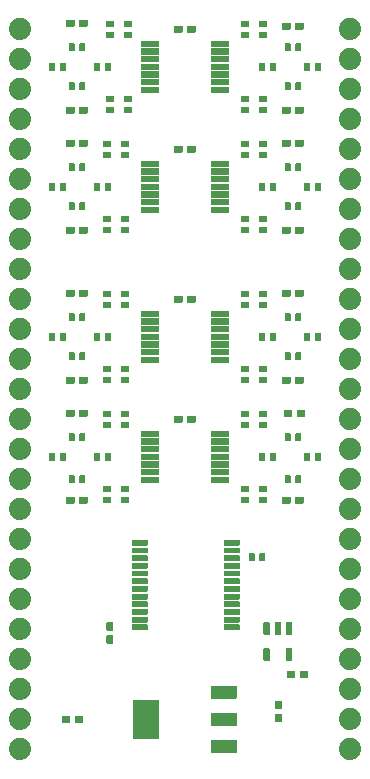
<source format=gts>
G04 #@! TF.GenerationSoftware,KiCad,Pcbnew,(5.1.8-0-10_14)*
G04 #@! TF.CreationDate,2020-12-29T19:16:56-08:00*
G04 #@! TF.ProjectId,ADC,4144432e-6b69-4636-9164-5f7063625858,rev?*
G04 #@! TF.SameCoordinates,Original*
G04 #@! TF.FileFunction,Soldermask,Top*
G04 #@! TF.FilePolarity,Negative*
%FSLAX46Y46*%
G04 Gerber Fmt 4.6, Leading zero omitted, Abs format (unit mm)*
G04 Created by KiCad (PCBNEW (5.1.8-0-10_14)) date 2020-12-29 19:16:56*
%MOMM*%
%LPD*%
G01*
G04 APERTURE LIST*
%ADD10C,1.879600*%
G04 APERTURE END LIST*
G36*
G01*
X133034800Y-93680000D02*
X133034800Y-94280000D01*
G75*
G02*
X132984000Y-94330800I-50800J0D01*
G01*
X132584000Y-94330800D01*
G75*
G02*
X132533200Y-94280000I0J50800D01*
G01*
X132533200Y-93680000D01*
G75*
G02*
X132584000Y-93629200I50800J0D01*
G01*
X132984000Y-93629200D01*
G75*
G02*
X133034800Y-93680000I0J-50800D01*
G01*
G37*
G36*
G01*
X132134800Y-93680000D02*
X132134800Y-94280000D01*
G75*
G02*
X132084000Y-94330800I-50800J0D01*
G01*
X131684000Y-94330800D01*
G75*
G02*
X131633200Y-94280000I0J50800D01*
G01*
X131633200Y-93680000D01*
G75*
G02*
X131684000Y-93629200I50800J0D01*
G01*
X132084000Y-93629200D01*
G75*
G02*
X132134800Y-93680000I0J-50800D01*
G01*
G37*
G36*
G01*
X117810000Y-84389200D02*
X118410000Y-84389200D01*
G75*
G02*
X118460800Y-84440000I0J-50800D01*
G01*
X118460800Y-84840000D01*
G75*
G02*
X118410000Y-84890800I-50800J0D01*
G01*
X117810000Y-84890800D01*
G75*
G02*
X117759200Y-84840000I0J50800D01*
G01*
X117759200Y-84440000D01*
G75*
G02*
X117810000Y-84389200I50800J0D01*
G01*
G37*
G36*
G01*
X117810000Y-85289200D02*
X118410000Y-85289200D01*
G75*
G02*
X118460800Y-85340000I0J-50800D01*
G01*
X118460800Y-85740000D01*
G75*
G02*
X118410000Y-85790800I-50800J0D01*
G01*
X117810000Y-85790800D01*
G75*
G02*
X117759200Y-85740000I0J50800D01*
G01*
X117759200Y-85340000D01*
G75*
G02*
X117810000Y-85289200I50800J0D01*
G01*
G37*
G36*
G01*
X130094000Y-62930800D02*
X129494000Y-62930800D01*
G75*
G02*
X129443200Y-62880000I0J50800D01*
G01*
X129443200Y-62480000D01*
G75*
G02*
X129494000Y-62429200I50800J0D01*
G01*
X130094000Y-62429200D01*
G75*
G02*
X130144800Y-62480000I0J-50800D01*
G01*
X130144800Y-62880000D01*
G75*
G02*
X130094000Y-62930800I-50800J0D01*
G01*
G37*
G36*
G01*
X130094000Y-62030800D02*
X129494000Y-62030800D01*
G75*
G02*
X129443200Y-61980000I0J50800D01*
G01*
X129443200Y-61580000D01*
G75*
G02*
X129494000Y-61529200I50800J0D01*
G01*
X130094000Y-61529200D01*
G75*
G02*
X130144800Y-61580000I0J-50800D01*
G01*
X130144800Y-61980000D01*
G75*
G02*
X130094000Y-62030800I-50800J0D01*
G01*
G37*
G36*
G01*
X117810000Y-94549200D02*
X118410000Y-94549200D01*
G75*
G02*
X118460800Y-94600000I0J-50800D01*
G01*
X118460800Y-95000000D01*
G75*
G02*
X118410000Y-95050800I-50800J0D01*
G01*
X117810000Y-95050800D01*
G75*
G02*
X117759200Y-95000000I0J50800D01*
G01*
X117759200Y-94600000D01*
G75*
G02*
X117810000Y-94549200I50800J0D01*
G01*
G37*
G36*
G01*
X117810000Y-95449200D02*
X118410000Y-95449200D01*
G75*
G02*
X118460800Y-95500000I0J-50800D01*
G01*
X118460800Y-95900000D01*
G75*
G02*
X118410000Y-95950800I-50800J0D01*
G01*
X117810000Y-95950800D01*
G75*
G02*
X117759200Y-95900000I0J50800D01*
G01*
X117759200Y-95500000D01*
G75*
G02*
X117810000Y-95449200I50800J0D01*
G01*
G37*
G36*
G01*
X113345200Y-94280000D02*
X113345200Y-93680000D01*
G75*
G02*
X113396000Y-93629200I50800J0D01*
G01*
X113796000Y-93629200D01*
G75*
G02*
X113846800Y-93680000I0J-50800D01*
G01*
X113846800Y-94280000D01*
G75*
G02*
X113796000Y-94330800I-50800J0D01*
G01*
X113396000Y-94330800D01*
G75*
G02*
X113345200Y-94280000I0J50800D01*
G01*
G37*
G36*
G01*
X114245200Y-94280000D02*
X114245200Y-93680000D01*
G75*
G02*
X114296000Y-93629200I50800J0D01*
G01*
X114696000Y-93629200D01*
G75*
G02*
X114746800Y-93680000I0J-50800D01*
G01*
X114746800Y-94280000D01*
G75*
G02*
X114696000Y-94330800I-50800J0D01*
G01*
X114296000Y-94330800D01*
G75*
G02*
X114245200Y-94280000I0J50800D01*
G01*
G37*
G36*
G01*
X131814200Y-110740001D02*
X131814200Y-110239999D01*
G75*
G02*
X131864999Y-110189200I50799J0D01*
G01*
X132465001Y-110189200D01*
G75*
G02*
X132515800Y-110239999I0J-50799D01*
G01*
X132515800Y-110740001D01*
G75*
G02*
X132465001Y-110790800I-50799J0D01*
G01*
X131864999Y-110790800D01*
G75*
G02*
X131814200Y-110740001I0J50799D01*
G01*
G37*
G36*
G01*
X132914200Y-110740001D02*
X132914200Y-110239999D01*
G75*
G02*
X132964999Y-110189200I50799J0D01*
G01*
X133565001Y-110189200D01*
G75*
G02*
X133615800Y-110239999I0J-50799D01*
G01*
X133615800Y-110740001D01*
G75*
G02*
X133565001Y-110790800I-50799J0D01*
G01*
X132964999Y-110790800D01*
G75*
G02*
X132914200Y-110740001I0J50799D01*
G01*
G37*
G36*
G01*
X114565800Y-114049999D02*
X114565800Y-114550001D01*
G75*
G02*
X114515001Y-114600800I-50799J0D01*
G01*
X113914999Y-114600800D01*
G75*
G02*
X113864200Y-114550001I0J50799D01*
G01*
X113864200Y-114049999D01*
G75*
G02*
X113914999Y-113999200I50799J0D01*
G01*
X114515001Y-113999200D01*
G75*
G02*
X114565800Y-114049999I0J-50799D01*
G01*
G37*
G36*
G01*
X113465800Y-114049999D02*
X113465800Y-114550001D01*
G75*
G02*
X113415001Y-114600800I-50799J0D01*
G01*
X112814999Y-114600800D01*
G75*
G02*
X112764200Y-114550001I0J50799D01*
G01*
X112764200Y-114049999D01*
G75*
G02*
X112814999Y-113999200I50799J0D01*
G01*
X113415001Y-113999200D01*
G75*
G02*
X113465800Y-114049999I0J-50799D01*
G01*
G37*
G36*
G01*
X122289200Y-56130001D02*
X122289200Y-55629999D01*
G75*
G02*
X122339999Y-55579200I50799J0D01*
G01*
X122940001Y-55579200D01*
G75*
G02*
X122990800Y-55629999I0J-50799D01*
G01*
X122990800Y-56130001D01*
G75*
G02*
X122940001Y-56180800I-50799J0D01*
G01*
X122339999Y-56180800D01*
G75*
G02*
X122289200Y-56130001I0J50799D01*
G01*
G37*
G36*
G01*
X123389200Y-56130001D02*
X123389200Y-55629999D01*
G75*
G02*
X123439999Y-55579200I50799J0D01*
G01*
X124040001Y-55579200D01*
G75*
G02*
X124090800Y-55629999I0J-50799D01*
G01*
X124090800Y-56130001D01*
G75*
G02*
X124040001Y-56180800I-50799J0D01*
G01*
X123439999Y-56180800D01*
G75*
G02*
X123389200Y-56130001I0J50799D01*
G01*
G37*
G36*
G01*
X114946800Y-55121999D02*
X114946800Y-55622001D01*
G75*
G02*
X114896001Y-55672800I-50799J0D01*
G01*
X114295999Y-55672800D01*
G75*
G02*
X114245200Y-55622001I0J50799D01*
G01*
X114245200Y-55121999D01*
G75*
G02*
X114295999Y-55071200I50799J0D01*
G01*
X114896001Y-55071200D01*
G75*
G02*
X114946800Y-55121999I0J-50799D01*
G01*
G37*
G36*
G01*
X113846800Y-55121999D02*
X113846800Y-55622001D01*
G75*
G02*
X113796001Y-55672800I-50799J0D01*
G01*
X113195999Y-55672800D01*
G75*
G02*
X113145200Y-55622001I0J50799D01*
G01*
X113145200Y-55121999D01*
G75*
G02*
X113195999Y-55071200I50799J0D01*
G01*
X113796001Y-55071200D01*
G75*
G02*
X113846800Y-55121999I0J-50799D01*
G01*
G37*
G36*
G01*
X131433200Y-62988001D02*
X131433200Y-62487999D01*
G75*
G02*
X131483999Y-62437200I50799J0D01*
G01*
X132084001Y-62437200D01*
G75*
G02*
X132134800Y-62487999I0J-50799D01*
G01*
X132134800Y-62988001D01*
G75*
G02*
X132084001Y-63038800I-50799J0D01*
G01*
X131483999Y-63038800D01*
G75*
G02*
X131433200Y-62988001I0J50799D01*
G01*
G37*
G36*
G01*
X132533200Y-62988001D02*
X132533200Y-62487999D01*
G75*
G02*
X132583999Y-62437200I50799J0D01*
G01*
X133184001Y-62437200D01*
G75*
G02*
X133234800Y-62487999I0J-50799D01*
G01*
X133234800Y-62988001D01*
G75*
G02*
X133184001Y-63038800I-50799J0D01*
G01*
X132583999Y-63038800D01*
G75*
G02*
X132533200Y-62988001I0J50799D01*
G01*
G37*
G36*
G01*
X131433200Y-55876001D02*
X131433200Y-55375999D01*
G75*
G02*
X131483999Y-55325200I50799J0D01*
G01*
X132084001Y-55325200D01*
G75*
G02*
X132134800Y-55375999I0J-50799D01*
G01*
X132134800Y-55876001D01*
G75*
G02*
X132084001Y-55926800I-50799J0D01*
G01*
X131483999Y-55926800D01*
G75*
G02*
X131433200Y-55876001I0J50799D01*
G01*
G37*
G36*
G01*
X132533200Y-55876001D02*
X132533200Y-55375999D01*
G75*
G02*
X132583999Y-55325200I50799J0D01*
G01*
X133184001Y-55325200D01*
G75*
G02*
X133234800Y-55375999I0J-50799D01*
G01*
X133234800Y-55876001D01*
G75*
G02*
X133184001Y-55926800I-50799J0D01*
G01*
X132583999Y-55926800D01*
G75*
G02*
X132533200Y-55876001I0J50799D01*
G01*
G37*
G36*
G01*
X122289200Y-66290001D02*
X122289200Y-65789999D01*
G75*
G02*
X122339999Y-65739200I50799J0D01*
G01*
X122940001Y-65739200D01*
G75*
G02*
X122990800Y-65789999I0J-50799D01*
G01*
X122990800Y-66290001D01*
G75*
G02*
X122940001Y-66340800I-50799J0D01*
G01*
X122339999Y-66340800D01*
G75*
G02*
X122289200Y-66290001I0J50799D01*
G01*
G37*
G36*
G01*
X123389200Y-66290001D02*
X123389200Y-65789999D01*
G75*
G02*
X123439999Y-65739200I50799J0D01*
G01*
X124040001Y-65739200D01*
G75*
G02*
X124090800Y-65789999I0J-50799D01*
G01*
X124090800Y-66290001D01*
G75*
G02*
X124040001Y-66340800I-50799J0D01*
G01*
X123439999Y-66340800D01*
G75*
G02*
X123389200Y-66290001I0J50799D01*
G01*
G37*
G36*
G01*
X114946800Y-65281999D02*
X114946800Y-65782001D01*
G75*
G02*
X114896001Y-65832800I-50799J0D01*
G01*
X114295999Y-65832800D01*
G75*
G02*
X114245200Y-65782001I0J50799D01*
G01*
X114245200Y-65281999D01*
G75*
G02*
X114295999Y-65231200I50799J0D01*
G01*
X114896001Y-65231200D01*
G75*
G02*
X114946800Y-65281999I0J-50799D01*
G01*
G37*
G36*
G01*
X113846800Y-65281999D02*
X113846800Y-65782001D01*
G75*
G02*
X113796001Y-65832800I-50799J0D01*
G01*
X113195999Y-65832800D01*
G75*
G02*
X113145200Y-65782001I0J50799D01*
G01*
X113145200Y-65281999D01*
G75*
G02*
X113195999Y-65231200I50799J0D01*
G01*
X113796001Y-65231200D01*
G75*
G02*
X113846800Y-65281999I0J-50799D01*
G01*
G37*
G36*
G01*
X114946800Y-72647999D02*
X114946800Y-73148001D01*
G75*
G02*
X114896001Y-73198800I-50799J0D01*
G01*
X114295999Y-73198800D01*
G75*
G02*
X114245200Y-73148001I0J50799D01*
G01*
X114245200Y-72647999D01*
G75*
G02*
X114295999Y-72597200I50799J0D01*
G01*
X114896001Y-72597200D01*
G75*
G02*
X114946800Y-72647999I0J-50799D01*
G01*
G37*
G36*
G01*
X113846800Y-72647999D02*
X113846800Y-73148001D01*
G75*
G02*
X113796001Y-73198800I-50799J0D01*
G01*
X113195999Y-73198800D01*
G75*
G02*
X113145200Y-73148001I0J50799D01*
G01*
X113145200Y-72647999D01*
G75*
G02*
X113195999Y-72597200I50799J0D01*
G01*
X113796001Y-72597200D01*
G75*
G02*
X113846800Y-72647999I0J-50799D01*
G01*
G37*
G36*
G01*
X131433200Y-73148001D02*
X131433200Y-72647999D01*
G75*
G02*
X131483999Y-72597200I50799J0D01*
G01*
X132084001Y-72597200D01*
G75*
G02*
X132134800Y-72647999I0J-50799D01*
G01*
X132134800Y-73148001D01*
G75*
G02*
X132084001Y-73198800I-50799J0D01*
G01*
X131483999Y-73198800D01*
G75*
G02*
X131433200Y-73148001I0J50799D01*
G01*
G37*
G36*
G01*
X132533200Y-73148001D02*
X132533200Y-72647999D01*
G75*
G02*
X132583999Y-72597200I50799J0D01*
G01*
X133184001Y-72597200D01*
G75*
G02*
X133234800Y-72647999I0J-50799D01*
G01*
X133234800Y-73148001D01*
G75*
G02*
X133184001Y-73198800I-50799J0D01*
G01*
X132583999Y-73198800D01*
G75*
G02*
X132533200Y-73148001I0J50799D01*
G01*
G37*
G36*
G01*
X131433200Y-65782001D02*
X131433200Y-65281999D01*
G75*
G02*
X131483999Y-65231200I50799J0D01*
G01*
X132084001Y-65231200D01*
G75*
G02*
X132134800Y-65281999I0J-50799D01*
G01*
X132134800Y-65782001D01*
G75*
G02*
X132084001Y-65832800I-50799J0D01*
G01*
X131483999Y-65832800D01*
G75*
G02*
X131433200Y-65782001I0J50799D01*
G01*
G37*
G36*
G01*
X132533200Y-65782001D02*
X132533200Y-65281999D01*
G75*
G02*
X132583999Y-65231200I50799J0D01*
G01*
X133184001Y-65231200D01*
G75*
G02*
X133234800Y-65281999I0J-50799D01*
G01*
X133234800Y-65782001D01*
G75*
G02*
X133184001Y-65832800I-50799J0D01*
G01*
X132583999Y-65832800D01*
G75*
G02*
X132533200Y-65782001I0J50799D01*
G01*
G37*
G36*
G01*
X122289200Y-78990001D02*
X122289200Y-78489999D01*
G75*
G02*
X122339999Y-78439200I50799J0D01*
G01*
X122940001Y-78439200D01*
G75*
G02*
X122990800Y-78489999I0J-50799D01*
G01*
X122990800Y-78990001D01*
G75*
G02*
X122940001Y-79040800I-50799J0D01*
G01*
X122339999Y-79040800D01*
G75*
G02*
X122289200Y-78990001I0J50799D01*
G01*
G37*
G36*
G01*
X123389200Y-78990001D02*
X123389200Y-78489999D01*
G75*
G02*
X123439999Y-78439200I50799J0D01*
G01*
X124040001Y-78439200D01*
G75*
G02*
X124090800Y-78489999I0J-50799D01*
G01*
X124090800Y-78990001D01*
G75*
G02*
X124040001Y-79040800I-50799J0D01*
G01*
X123439999Y-79040800D01*
G75*
G02*
X123389200Y-78990001I0J50799D01*
G01*
G37*
G36*
G01*
X114946800Y-77981999D02*
X114946800Y-78482001D01*
G75*
G02*
X114896001Y-78532800I-50799J0D01*
G01*
X114295999Y-78532800D01*
G75*
G02*
X114245200Y-78482001I0J50799D01*
G01*
X114245200Y-77981999D01*
G75*
G02*
X114295999Y-77931200I50799J0D01*
G01*
X114896001Y-77931200D01*
G75*
G02*
X114946800Y-77981999I0J-50799D01*
G01*
G37*
G36*
G01*
X113846800Y-77981999D02*
X113846800Y-78482001D01*
G75*
G02*
X113796001Y-78532800I-50799J0D01*
G01*
X113195999Y-78532800D01*
G75*
G02*
X113145200Y-78482001I0J50799D01*
G01*
X113145200Y-77981999D01*
G75*
G02*
X113195999Y-77931200I50799J0D01*
G01*
X113796001Y-77931200D01*
G75*
G02*
X113846800Y-77981999I0J-50799D01*
G01*
G37*
G36*
G01*
X114946800Y-85347999D02*
X114946800Y-85848001D01*
G75*
G02*
X114896001Y-85898800I-50799J0D01*
G01*
X114295999Y-85898800D01*
G75*
G02*
X114245200Y-85848001I0J50799D01*
G01*
X114245200Y-85347999D01*
G75*
G02*
X114295999Y-85297200I50799J0D01*
G01*
X114896001Y-85297200D01*
G75*
G02*
X114946800Y-85347999I0J-50799D01*
G01*
G37*
G36*
G01*
X113846800Y-85347999D02*
X113846800Y-85848001D01*
G75*
G02*
X113796001Y-85898800I-50799J0D01*
G01*
X113195999Y-85898800D01*
G75*
G02*
X113145200Y-85848001I0J50799D01*
G01*
X113145200Y-85347999D01*
G75*
G02*
X113195999Y-85297200I50799J0D01*
G01*
X113796001Y-85297200D01*
G75*
G02*
X113846800Y-85347999I0J-50799D01*
G01*
G37*
G36*
G01*
X131433200Y-85848001D02*
X131433200Y-85347999D01*
G75*
G02*
X131483999Y-85297200I50799J0D01*
G01*
X132084001Y-85297200D01*
G75*
G02*
X132134800Y-85347999I0J-50799D01*
G01*
X132134800Y-85848001D01*
G75*
G02*
X132084001Y-85898800I-50799J0D01*
G01*
X131483999Y-85898800D01*
G75*
G02*
X131433200Y-85848001I0J50799D01*
G01*
G37*
G36*
G01*
X132533200Y-85848001D02*
X132533200Y-85347999D01*
G75*
G02*
X132583999Y-85297200I50799J0D01*
G01*
X133184001Y-85297200D01*
G75*
G02*
X133234800Y-85347999I0J-50799D01*
G01*
X133234800Y-85848001D01*
G75*
G02*
X133184001Y-85898800I-50799J0D01*
G01*
X132583999Y-85898800D01*
G75*
G02*
X132533200Y-85848001I0J50799D01*
G01*
G37*
G36*
G01*
X131433200Y-78482001D02*
X131433200Y-77981999D01*
G75*
G02*
X131483999Y-77931200I50799J0D01*
G01*
X132084001Y-77931200D01*
G75*
G02*
X132134800Y-77981999I0J-50799D01*
G01*
X132134800Y-78482001D01*
G75*
G02*
X132084001Y-78532800I-50799J0D01*
G01*
X131483999Y-78532800D01*
G75*
G02*
X131433200Y-78482001I0J50799D01*
G01*
G37*
G36*
G01*
X132533200Y-78482001D02*
X132533200Y-77981999D01*
G75*
G02*
X132583999Y-77931200I50799J0D01*
G01*
X133184001Y-77931200D01*
G75*
G02*
X133234800Y-77981999I0J-50799D01*
G01*
X133234800Y-78482001D01*
G75*
G02*
X133184001Y-78532800I-50799J0D01*
G01*
X132583999Y-78532800D01*
G75*
G02*
X132533200Y-78482001I0J50799D01*
G01*
G37*
G36*
G01*
X122289200Y-89150001D02*
X122289200Y-88649999D01*
G75*
G02*
X122339999Y-88599200I50799J0D01*
G01*
X122940001Y-88599200D01*
G75*
G02*
X122990800Y-88649999I0J-50799D01*
G01*
X122990800Y-89150001D01*
G75*
G02*
X122940001Y-89200800I-50799J0D01*
G01*
X122339999Y-89200800D01*
G75*
G02*
X122289200Y-89150001I0J50799D01*
G01*
G37*
G36*
G01*
X123389200Y-89150001D02*
X123389200Y-88649999D01*
G75*
G02*
X123439999Y-88599200I50799J0D01*
G01*
X124040001Y-88599200D01*
G75*
G02*
X124090800Y-88649999I0J-50799D01*
G01*
X124090800Y-89150001D01*
G75*
G02*
X124040001Y-89200800I-50799J0D01*
G01*
X123439999Y-89200800D01*
G75*
G02*
X123389200Y-89150001I0J50799D01*
G01*
G37*
G36*
G01*
X114946800Y-88141999D02*
X114946800Y-88642001D01*
G75*
G02*
X114896001Y-88692800I-50799J0D01*
G01*
X114295999Y-88692800D01*
G75*
G02*
X114245200Y-88642001I0J50799D01*
G01*
X114245200Y-88141999D01*
G75*
G02*
X114295999Y-88091200I50799J0D01*
G01*
X114896001Y-88091200D01*
G75*
G02*
X114946800Y-88141999I0J-50799D01*
G01*
G37*
G36*
G01*
X113846800Y-88141999D02*
X113846800Y-88642001D01*
G75*
G02*
X113796001Y-88692800I-50799J0D01*
G01*
X113195999Y-88692800D01*
G75*
G02*
X113145200Y-88642001I0J50799D01*
G01*
X113145200Y-88141999D01*
G75*
G02*
X113195999Y-88091200I50799J0D01*
G01*
X113796001Y-88091200D01*
G75*
G02*
X113846800Y-88141999I0J-50799D01*
G01*
G37*
G36*
G01*
X114946800Y-95507999D02*
X114946800Y-96008001D01*
G75*
G02*
X114896001Y-96058800I-50799J0D01*
G01*
X114295999Y-96058800D01*
G75*
G02*
X114245200Y-96008001I0J50799D01*
G01*
X114245200Y-95507999D01*
G75*
G02*
X114295999Y-95457200I50799J0D01*
G01*
X114896001Y-95457200D01*
G75*
G02*
X114946800Y-95507999I0J-50799D01*
G01*
G37*
G36*
G01*
X113846800Y-95507999D02*
X113846800Y-96008001D01*
G75*
G02*
X113796001Y-96058800I-50799J0D01*
G01*
X113195999Y-96058800D01*
G75*
G02*
X113145200Y-96008001I0J50799D01*
G01*
X113145200Y-95507999D01*
G75*
G02*
X113195999Y-95457200I50799J0D01*
G01*
X113796001Y-95457200D01*
G75*
G02*
X113846800Y-95507999I0J-50799D01*
G01*
G37*
G36*
G01*
X131433200Y-96008001D02*
X131433200Y-95507999D01*
G75*
G02*
X131483999Y-95457200I50799J0D01*
G01*
X132084001Y-95457200D01*
G75*
G02*
X132134800Y-95507999I0J-50799D01*
G01*
X132134800Y-96008001D01*
G75*
G02*
X132084001Y-96058800I-50799J0D01*
G01*
X131483999Y-96058800D01*
G75*
G02*
X131433200Y-96008001I0J50799D01*
G01*
G37*
G36*
G01*
X132533200Y-96008001D02*
X132533200Y-95507999D01*
G75*
G02*
X132583999Y-95457200I50799J0D01*
G01*
X133184001Y-95457200D01*
G75*
G02*
X133234800Y-95507999I0J-50799D01*
G01*
X133234800Y-96008001D01*
G75*
G02*
X133184001Y-96058800I-50799J0D01*
G01*
X132583999Y-96058800D01*
G75*
G02*
X132533200Y-96008001I0J50799D01*
G01*
G37*
G36*
G01*
X129986800Y-100284000D02*
X129986800Y-100884000D01*
G75*
G02*
X129936000Y-100934800I-50800J0D01*
G01*
X129536000Y-100934800D01*
G75*
G02*
X129485200Y-100884000I0J50800D01*
G01*
X129485200Y-100284000D01*
G75*
G02*
X129536000Y-100233200I50800J0D01*
G01*
X129936000Y-100233200D01*
G75*
G02*
X129986800Y-100284000I0J-50800D01*
G01*
G37*
G36*
G01*
X129086800Y-100284000D02*
X129086800Y-100884000D01*
G75*
G02*
X129036000Y-100934800I-50800J0D01*
G01*
X128636000Y-100934800D01*
G75*
G02*
X128585200Y-100884000I0J50800D01*
G01*
X128585200Y-100284000D01*
G75*
G02*
X128636000Y-100233200I50800J0D01*
G01*
X129036000Y-100233200D01*
G75*
G02*
X129086800Y-100284000I0J-50800D01*
G01*
G37*
G36*
G01*
X113095800Y-58755000D02*
X113095800Y-59355000D01*
G75*
G02*
X113045000Y-59405800I-50800J0D01*
G01*
X112645000Y-59405800D01*
G75*
G02*
X112594200Y-59355000I0J50800D01*
G01*
X112594200Y-58755000D01*
G75*
G02*
X112645000Y-58704200I50800J0D01*
G01*
X113045000Y-58704200D01*
G75*
G02*
X113095800Y-58755000I0J-50800D01*
G01*
G37*
G36*
G01*
X112195800Y-58755000D02*
X112195800Y-59355000D01*
G75*
G02*
X112145000Y-59405800I-50800J0D01*
G01*
X111745000Y-59405800D01*
G75*
G02*
X111694200Y-59355000I0J50800D01*
G01*
X111694200Y-58755000D01*
G75*
G02*
X111745000Y-58704200I50800J0D01*
G01*
X112145000Y-58704200D01*
G75*
G02*
X112195800Y-58755000I0J-50800D01*
G01*
G37*
G36*
G01*
X114746800Y-57104000D02*
X114746800Y-57704000D01*
G75*
G02*
X114696000Y-57754800I-50800J0D01*
G01*
X114296000Y-57754800D01*
G75*
G02*
X114245200Y-57704000I0J50800D01*
G01*
X114245200Y-57104000D01*
G75*
G02*
X114296000Y-57053200I50800J0D01*
G01*
X114696000Y-57053200D01*
G75*
G02*
X114746800Y-57104000I0J-50800D01*
G01*
G37*
G36*
G01*
X113846800Y-57104000D02*
X113846800Y-57704000D01*
G75*
G02*
X113796000Y-57754800I-50800J0D01*
G01*
X113396000Y-57754800D01*
G75*
G02*
X113345200Y-57704000I0J50800D01*
G01*
X113345200Y-57104000D01*
G75*
G02*
X113396000Y-57053200I50800J0D01*
G01*
X113796000Y-57053200D01*
G75*
G02*
X113846800Y-57104000I0J-50800D01*
G01*
G37*
G36*
G01*
X118664000Y-56580800D02*
X118064000Y-56580800D01*
G75*
G02*
X118013200Y-56530000I0J50800D01*
G01*
X118013200Y-56130000D01*
G75*
G02*
X118064000Y-56079200I50800J0D01*
G01*
X118664000Y-56079200D01*
G75*
G02*
X118714800Y-56130000I0J-50800D01*
G01*
X118714800Y-56530000D01*
G75*
G02*
X118664000Y-56580800I-50800J0D01*
G01*
G37*
G36*
G01*
X118664000Y-55680800D02*
X118064000Y-55680800D01*
G75*
G02*
X118013200Y-55630000I0J50800D01*
G01*
X118013200Y-55230000D01*
G75*
G02*
X118064000Y-55179200I50800J0D01*
G01*
X118664000Y-55179200D01*
G75*
G02*
X118714800Y-55230000I0J-50800D01*
G01*
X118714800Y-55630000D01*
G75*
G02*
X118664000Y-55680800I-50800J0D01*
G01*
G37*
G36*
G01*
X116540000Y-55179200D02*
X117140000Y-55179200D01*
G75*
G02*
X117190800Y-55230000I0J-50800D01*
G01*
X117190800Y-55630000D01*
G75*
G02*
X117140000Y-55680800I-50800J0D01*
G01*
X116540000Y-55680800D01*
G75*
G02*
X116489200Y-55630000I0J50800D01*
G01*
X116489200Y-55230000D01*
G75*
G02*
X116540000Y-55179200I50800J0D01*
G01*
G37*
G36*
G01*
X116540000Y-56079200D02*
X117140000Y-56079200D01*
G75*
G02*
X117190800Y-56130000I0J-50800D01*
G01*
X117190800Y-56530000D01*
G75*
G02*
X117140000Y-56580800I-50800J0D01*
G01*
X116540000Y-56580800D01*
G75*
G02*
X116489200Y-56530000I0J50800D01*
G01*
X116489200Y-56130000D01*
G75*
G02*
X116540000Y-56079200I50800J0D01*
G01*
G37*
G36*
G01*
X116905800Y-58755000D02*
X116905800Y-59355000D01*
G75*
G02*
X116855000Y-59405800I-50800J0D01*
G01*
X116455000Y-59405800D01*
G75*
G02*
X116404200Y-59355000I0J50800D01*
G01*
X116404200Y-58755000D01*
G75*
G02*
X116455000Y-58704200I50800J0D01*
G01*
X116855000Y-58704200D01*
G75*
G02*
X116905800Y-58755000I0J-50800D01*
G01*
G37*
G36*
G01*
X116005800Y-58755000D02*
X116005800Y-59355000D01*
G75*
G02*
X115955000Y-59405800I-50800J0D01*
G01*
X115555000Y-59405800D01*
G75*
G02*
X115504200Y-59355000I0J50800D01*
G01*
X115504200Y-58755000D01*
G75*
G02*
X115555000Y-58704200I50800J0D01*
G01*
X115955000Y-58704200D01*
G75*
G02*
X116005800Y-58755000I0J-50800D01*
G01*
G37*
G36*
G01*
X113345200Y-61006000D02*
X113345200Y-60406000D01*
G75*
G02*
X113396000Y-60355200I50800J0D01*
G01*
X113796000Y-60355200D01*
G75*
G02*
X113846800Y-60406000I0J-50800D01*
G01*
X113846800Y-61006000D01*
G75*
G02*
X113796000Y-61056800I-50800J0D01*
G01*
X113396000Y-61056800D01*
G75*
G02*
X113345200Y-61006000I0J50800D01*
G01*
G37*
G36*
G01*
X114245200Y-61006000D02*
X114245200Y-60406000D01*
G75*
G02*
X114296000Y-60355200I50800J0D01*
G01*
X114696000Y-60355200D01*
G75*
G02*
X114746800Y-60406000I0J-50800D01*
G01*
X114746800Y-61006000D01*
G75*
G02*
X114696000Y-61056800I-50800J0D01*
G01*
X114296000Y-61056800D01*
G75*
G02*
X114245200Y-61006000I0J50800D01*
G01*
G37*
G36*
G01*
X118064000Y-61529200D02*
X118664000Y-61529200D01*
G75*
G02*
X118714800Y-61580000I0J-50800D01*
G01*
X118714800Y-61980000D01*
G75*
G02*
X118664000Y-62030800I-50800J0D01*
G01*
X118064000Y-62030800D01*
G75*
G02*
X118013200Y-61980000I0J50800D01*
G01*
X118013200Y-61580000D01*
G75*
G02*
X118064000Y-61529200I50800J0D01*
G01*
G37*
G36*
G01*
X118064000Y-62429200D02*
X118664000Y-62429200D01*
G75*
G02*
X118714800Y-62480000I0J-50800D01*
G01*
X118714800Y-62880000D01*
G75*
G02*
X118664000Y-62930800I-50800J0D01*
G01*
X118064000Y-62930800D01*
G75*
G02*
X118013200Y-62880000I0J50800D01*
G01*
X118013200Y-62480000D01*
G75*
G02*
X118064000Y-62429200I50800J0D01*
G01*
G37*
G36*
G01*
X117140000Y-62930800D02*
X116540000Y-62930800D01*
G75*
G02*
X116489200Y-62880000I0J50800D01*
G01*
X116489200Y-62480000D01*
G75*
G02*
X116540000Y-62429200I50800J0D01*
G01*
X117140000Y-62429200D01*
G75*
G02*
X117190800Y-62480000I0J-50800D01*
G01*
X117190800Y-62880000D01*
G75*
G02*
X117140000Y-62930800I-50800J0D01*
G01*
G37*
G36*
G01*
X117140000Y-62030800D02*
X116540000Y-62030800D01*
G75*
G02*
X116489200Y-61980000I0J50800D01*
G01*
X116489200Y-61580000D01*
G75*
G02*
X116540000Y-61529200I50800J0D01*
G01*
X117140000Y-61529200D01*
G75*
G02*
X117190800Y-61580000I0J-50800D01*
G01*
X117190800Y-61980000D01*
G75*
G02*
X117140000Y-62030800I-50800J0D01*
G01*
G37*
G36*
G01*
X129474200Y-59355000D02*
X129474200Y-58755000D01*
G75*
G02*
X129525000Y-58704200I50800J0D01*
G01*
X129925000Y-58704200D01*
G75*
G02*
X129975800Y-58755000I0J-50800D01*
G01*
X129975800Y-59355000D01*
G75*
G02*
X129925000Y-59405800I-50800J0D01*
G01*
X129525000Y-59405800D01*
G75*
G02*
X129474200Y-59355000I0J50800D01*
G01*
G37*
G36*
G01*
X130374200Y-59355000D02*
X130374200Y-58755000D01*
G75*
G02*
X130425000Y-58704200I50800J0D01*
G01*
X130825000Y-58704200D01*
G75*
G02*
X130875800Y-58755000I0J-50800D01*
G01*
X130875800Y-59355000D01*
G75*
G02*
X130825000Y-59405800I-50800J0D01*
G01*
X130425000Y-59405800D01*
G75*
G02*
X130374200Y-59355000I0J50800D01*
G01*
G37*
G36*
G01*
X133034800Y-60406000D02*
X133034800Y-61006000D01*
G75*
G02*
X132984000Y-61056800I-50800J0D01*
G01*
X132584000Y-61056800D01*
G75*
G02*
X132533200Y-61006000I0J50800D01*
G01*
X132533200Y-60406000D01*
G75*
G02*
X132584000Y-60355200I50800J0D01*
G01*
X132984000Y-60355200D01*
G75*
G02*
X133034800Y-60406000I0J-50800D01*
G01*
G37*
G36*
G01*
X132134800Y-60406000D02*
X132134800Y-61006000D01*
G75*
G02*
X132084000Y-61056800I-50800J0D01*
G01*
X131684000Y-61056800D01*
G75*
G02*
X131633200Y-61006000I0J50800D01*
G01*
X131633200Y-60406000D01*
G75*
G02*
X131684000Y-60355200I50800J0D01*
G01*
X132084000Y-60355200D01*
G75*
G02*
X132134800Y-60406000I0J-50800D01*
G01*
G37*
G36*
G01*
X127970000Y-61529200D02*
X128570000Y-61529200D01*
G75*
G02*
X128620800Y-61580000I0J-50800D01*
G01*
X128620800Y-61980000D01*
G75*
G02*
X128570000Y-62030800I-50800J0D01*
G01*
X127970000Y-62030800D01*
G75*
G02*
X127919200Y-61980000I0J50800D01*
G01*
X127919200Y-61580000D01*
G75*
G02*
X127970000Y-61529200I50800J0D01*
G01*
G37*
G36*
G01*
X127970000Y-62429200D02*
X128570000Y-62429200D01*
G75*
G02*
X128620800Y-62480000I0J-50800D01*
G01*
X128620800Y-62880000D01*
G75*
G02*
X128570000Y-62930800I-50800J0D01*
G01*
X127970000Y-62930800D01*
G75*
G02*
X127919200Y-62880000I0J50800D01*
G01*
X127919200Y-62480000D01*
G75*
G02*
X127970000Y-62429200I50800J0D01*
G01*
G37*
G36*
G01*
X133284200Y-59355000D02*
X133284200Y-58755000D01*
G75*
G02*
X133335000Y-58704200I50800J0D01*
G01*
X133735000Y-58704200D01*
G75*
G02*
X133785800Y-58755000I0J-50800D01*
G01*
X133785800Y-59355000D01*
G75*
G02*
X133735000Y-59405800I-50800J0D01*
G01*
X133335000Y-59405800D01*
G75*
G02*
X133284200Y-59355000I0J50800D01*
G01*
G37*
G36*
G01*
X134184200Y-59355000D02*
X134184200Y-58755000D01*
G75*
G02*
X134235000Y-58704200I50800J0D01*
G01*
X134635000Y-58704200D01*
G75*
G02*
X134685800Y-58755000I0J-50800D01*
G01*
X134685800Y-59355000D01*
G75*
G02*
X134635000Y-59405800I-50800J0D01*
G01*
X134235000Y-59405800D01*
G75*
G02*
X134184200Y-59355000I0J50800D01*
G01*
G37*
G36*
G01*
X133034800Y-57104000D02*
X133034800Y-57704000D01*
G75*
G02*
X132984000Y-57754800I-50800J0D01*
G01*
X132584000Y-57754800D01*
G75*
G02*
X132533200Y-57704000I0J50800D01*
G01*
X132533200Y-57104000D01*
G75*
G02*
X132584000Y-57053200I50800J0D01*
G01*
X132984000Y-57053200D01*
G75*
G02*
X133034800Y-57104000I0J-50800D01*
G01*
G37*
G36*
G01*
X132134800Y-57104000D02*
X132134800Y-57704000D01*
G75*
G02*
X132084000Y-57754800I-50800J0D01*
G01*
X131684000Y-57754800D01*
G75*
G02*
X131633200Y-57704000I0J50800D01*
G01*
X131633200Y-57104000D01*
G75*
G02*
X131684000Y-57053200I50800J0D01*
G01*
X132084000Y-57053200D01*
G75*
G02*
X132134800Y-57104000I0J-50800D01*
G01*
G37*
G36*
G01*
X128570000Y-56580800D02*
X127970000Y-56580800D01*
G75*
G02*
X127919200Y-56530000I0J50800D01*
G01*
X127919200Y-56130000D01*
G75*
G02*
X127970000Y-56079200I50800J0D01*
G01*
X128570000Y-56079200D01*
G75*
G02*
X128620800Y-56130000I0J-50800D01*
G01*
X128620800Y-56530000D01*
G75*
G02*
X128570000Y-56580800I-50800J0D01*
G01*
G37*
G36*
G01*
X128570000Y-55680800D02*
X127970000Y-55680800D01*
G75*
G02*
X127919200Y-55630000I0J50800D01*
G01*
X127919200Y-55230000D01*
G75*
G02*
X127970000Y-55179200I50800J0D01*
G01*
X128570000Y-55179200D01*
G75*
G02*
X128620800Y-55230000I0J-50800D01*
G01*
X128620800Y-55630000D01*
G75*
G02*
X128570000Y-55680800I-50800J0D01*
G01*
G37*
G36*
G01*
X129494000Y-55179200D02*
X130094000Y-55179200D01*
G75*
G02*
X130144800Y-55230000I0J-50800D01*
G01*
X130144800Y-55630000D01*
G75*
G02*
X130094000Y-55680800I-50800J0D01*
G01*
X129494000Y-55680800D01*
G75*
G02*
X129443200Y-55630000I0J50800D01*
G01*
X129443200Y-55230000D01*
G75*
G02*
X129494000Y-55179200I50800J0D01*
G01*
G37*
G36*
G01*
X129494000Y-56079200D02*
X130094000Y-56079200D01*
G75*
G02*
X130144800Y-56130000I0J-50800D01*
G01*
X130144800Y-56530000D01*
G75*
G02*
X130094000Y-56580800I-50800J0D01*
G01*
X129494000Y-56580800D01*
G75*
G02*
X129443200Y-56530000I0J50800D01*
G01*
X129443200Y-56130000D01*
G75*
G02*
X129494000Y-56079200I50800J0D01*
G01*
G37*
G36*
G01*
X113095800Y-68915000D02*
X113095800Y-69515000D01*
G75*
G02*
X113045000Y-69565800I-50800J0D01*
G01*
X112645000Y-69565800D01*
G75*
G02*
X112594200Y-69515000I0J50800D01*
G01*
X112594200Y-68915000D01*
G75*
G02*
X112645000Y-68864200I50800J0D01*
G01*
X113045000Y-68864200D01*
G75*
G02*
X113095800Y-68915000I0J-50800D01*
G01*
G37*
G36*
G01*
X112195800Y-68915000D02*
X112195800Y-69515000D01*
G75*
G02*
X112145000Y-69565800I-50800J0D01*
G01*
X111745000Y-69565800D01*
G75*
G02*
X111694200Y-69515000I0J50800D01*
G01*
X111694200Y-68915000D01*
G75*
G02*
X111745000Y-68864200I50800J0D01*
G01*
X112145000Y-68864200D01*
G75*
G02*
X112195800Y-68915000I0J-50800D01*
G01*
G37*
G36*
G01*
X114746800Y-67264000D02*
X114746800Y-67864000D01*
G75*
G02*
X114696000Y-67914800I-50800J0D01*
G01*
X114296000Y-67914800D01*
G75*
G02*
X114245200Y-67864000I0J50800D01*
G01*
X114245200Y-67264000D01*
G75*
G02*
X114296000Y-67213200I50800J0D01*
G01*
X114696000Y-67213200D01*
G75*
G02*
X114746800Y-67264000I0J-50800D01*
G01*
G37*
G36*
G01*
X113846800Y-67264000D02*
X113846800Y-67864000D01*
G75*
G02*
X113796000Y-67914800I-50800J0D01*
G01*
X113396000Y-67914800D01*
G75*
G02*
X113345200Y-67864000I0J50800D01*
G01*
X113345200Y-67264000D01*
G75*
G02*
X113396000Y-67213200I50800J0D01*
G01*
X113796000Y-67213200D01*
G75*
G02*
X113846800Y-67264000I0J-50800D01*
G01*
G37*
G36*
G01*
X118410000Y-66740800D02*
X117810000Y-66740800D01*
G75*
G02*
X117759200Y-66690000I0J50800D01*
G01*
X117759200Y-66290000D01*
G75*
G02*
X117810000Y-66239200I50800J0D01*
G01*
X118410000Y-66239200D01*
G75*
G02*
X118460800Y-66290000I0J-50800D01*
G01*
X118460800Y-66690000D01*
G75*
G02*
X118410000Y-66740800I-50800J0D01*
G01*
G37*
G36*
G01*
X118410000Y-65840800D02*
X117810000Y-65840800D01*
G75*
G02*
X117759200Y-65790000I0J50800D01*
G01*
X117759200Y-65390000D01*
G75*
G02*
X117810000Y-65339200I50800J0D01*
G01*
X118410000Y-65339200D01*
G75*
G02*
X118460800Y-65390000I0J-50800D01*
G01*
X118460800Y-65790000D01*
G75*
G02*
X118410000Y-65840800I-50800J0D01*
G01*
G37*
G36*
G01*
X116286000Y-65339200D02*
X116886000Y-65339200D01*
G75*
G02*
X116936800Y-65390000I0J-50800D01*
G01*
X116936800Y-65790000D01*
G75*
G02*
X116886000Y-65840800I-50800J0D01*
G01*
X116286000Y-65840800D01*
G75*
G02*
X116235200Y-65790000I0J50800D01*
G01*
X116235200Y-65390000D01*
G75*
G02*
X116286000Y-65339200I50800J0D01*
G01*
G37*
G36*
G01*
X116286000Y-66239200D02*
X116886000Y-66239200D01*
G75*
G02*
X116936800Y-66290000I0J-50800D01*
G01*
X116936800Y-66690000D01*
G75*
G02*
X116886000Y-66740800I-50800J0D01*
G01*
X116286000Y-66740800D01*
G75*
G02*
X116235200Y-66690000I0J50800D01*
G01*
X116235200Y-66290000D01*
G75*
G02*
X116286000Y-66239200I50800J0D01*
G01*
G37*
G36*
G01*
X116905800Y-68915000D02*
X116905800Y-69515000D01*
G75*
G02*
X116855000Y-69565800I-50800J0D01*
G01*
X116455000Y-69565800D01*
G75*
G02*
X116404200Y-69515000I0J50800D01*
G01*
X116404200Y-68915000D01*
G75*
G02*
X116455000Y-68864200I50800J0D01*
G01*
X116855000Y-68864200D01*
G75*
G02*
X116905800Y-68915000I0J-50800D01*
G01*
G37*
G36*
G01*
X116005800Y-68915000D02*
X116005800Y-69515000D01*
G75*
G02*
X115955000Y-69565800I-50800J0D01*
G01*
X115555000Y-69565800D01*
G75*
G02*
X115504200Y-69515000I0J50800D01*
G01*
X115504200Y-68915000D01*
G75*
G02*
X115555000Y-68864200I50800J0D01*
G01*
X115955000Y-68864200D01*
G75*
G02*
X116005800Y-68915000I0J-50800D01*
G01*
G37*
G36*
G01*
X113345200Y-71166000D02*
X113345200Y-70566000D01*
G75*
G02*
X113396000Y-70515200I50800J0D01*
G01*
X113796000Y-70515200D01*
G75*
G02*
X113846800Y-70566000I0J-50800D01*
G01*
X113846800Y-71166000D01*
G75*
G02*
X113796000Y-71216800I-50800J0D01*
G01*
X113396000Y-71216800D01*
G75*
G02*
X113345200Y-71166000I0J50800D01*
G01*
G37*
G36*
G01*
X114245200Y-71166000D02*
X114245200Y-70566000D01*
G75*
G02*
X114296000Y-70515200I50800J0D01*
G01*
X114696000Y-70515200D01*
G75*
G02*
X114746800Y-70566000I0J-50800D01*
G01*
X114746800Y-71166000D01*
G75*
G02*
X114696000Y-71216800I-50800J0D01*
G01*
X114296000Y-71216800D01*
G75*
G02*
X114245200Y-71166000I0J50800D01*
G01*
G37*
G36*
G01*
X117810000Y-71689200D02*
X118410000Y-71689200D01*
G75*
G02*
X118460800Y-71740000I0J-50800D01*
G01*
X118460800Y-72140000D01*
G75*
G02*
X118410000Y-72190800I-50800J0D01*
G01*
X117810000Y-72190800D01*
G75*
G02*
X117759200Y-72140000I0J50800D01*
G01*
X117759200Y-71740000D01*
G75*
G02*
X117810000Y-71689200I50800J0D01*
G01*
G37*
G36*
G01*
X117810000Y-72589200D02*
X118410000Y-72589200D01*
G75*
G02*
X118460800Y-72640000I0J-50800D01*
G01*
X118460800Y-73040000D01*
G75*
G02*
X118410000Y-73090800I-50800J0D01*
G01*
X117810000Y-73090800D01*
G75*
G02*
X117759200Y-73040000I0J50800D01*
G01*
X117759200Y-72640000D01*
G75*
G02*
X117810000Y-72589200I50800J0D01*
G01*
G37*
G36*
G01*
X116886000Y-73090800D02*
X116286000Y-73090800D01*
G75*
G02*
X116235200Y-73040000I0J50800D01*
G01*
X116235200Y-72640000D01*
G75*
G02*
X116286000Y-72589200I50800J0D01*
G01*
X116886000Y-72589200D01*
G75*
G02*
X116936800Y-72640000I0J-50800D01*
G01*
X116936800Y-73040000D01*
G75*
G02*
X116886000Y-73090800I-50800J0D01*
G01*
G37*
G36*
G01*
X116886000Y-72190800D02*
X116286000Y-72190800D01*
G75*
G02*
X116235200Y-72140000I0J50800D01*
G01*
X116235200Y-71740000D01*
G75*
G02*
X116286000Y-71689200I50800J0D01*
G01*
X116886000Y-71689200D01*
G75*
G02*
X116936800Y-71740000I0J-50800D01*
G01*
X116936800Y-72140000D01*
G75*
G02*
X116886000Y-72190800I-50800J0D01*
G01*
G37*
G36*
G01*
X129474200Y-69515000D02*
X129474200Y-68915000D01*
G75*
G02*
X129525000Y-68864200I50800J0D01*
G01*
X129925000Y-68864200D01*
G75*
G02*
X129975800Y-68915000I0J-50800D01*
G01*
X129975800Y-69515000D01*
G75*
G02*
X129925000Y-69565800I-50800J0D01*
G01*
X129525000Y-69565800D01*
G75*
G02*
X129474200Y-69515000I0J50800D01*
G01*
G37*
G36*
G01*
X130374200Y-69515000D02*
X130374200Y-68915000D01*
G75*
G02*
X130425000Y-68864200I50800J0D01*
G01*
X130825000Y-68864200D01*
G75*
G02*
X130875800Y-68915000I0J-50800D01*
G01*
X130875800Y-69515000D01*
G75*
G02*
X130825000Y-69565800I-50800J0D01*
G01*
X130425000Y-69565800D01*
G75*
G02*
X130374200Y-69515000I0J50800D01*
G01*
G37*
G36*
G01*
X133034800Y-70566000D02*
X133034800Y-71166000D01*
G75*
G02*
X132984000Y-71216800I-50800J0D01*
G01*
X132584000Y-71216800D01*
G75*
G02*
X132533200Y-71166000I0J50800D01*
G01*
X132533200Y-70566000D01*
G75*
G02*
X132584000Y-70515200I50800J0D01*
G01*
X132984000Y-70515200D01*
G75*
G02*
X133034800Y-70566000I0J-50800D01*
G01*
G37*
G36*
G01*
X132134800Y-70566000D02*
X132134800Y-71166000D01*
G75*
G02*
X132084000Y-71216800I-50800J0D01*
G01*
X131684000Y-71216800D01*
G75*
G02*
X131633200Y-71166000I0J50800D01*
G01*
X131633200Y-70566000D01*
G75*
G02*
X131684000Y-70515200I50800J0D01*
G01*
X132084000Y-70515200D01*
G75*
G02*
X132134800Y-70566000I0J-50800D01*
G01*
G37*
G36*
G01*
X127970000Y-71689200D02*
X128570000Y-71689200D01*
G75*
G02*
X128620800Y-71740000I0J-50800D01*
G01*
X128620800Y-72140000D01*
G75*
G02*
X128570000Y-72190800I-50800J0D01*
G01*
X127970000Y-72190800D01*
G75*
G02*
X127919200Y-72140000I0J50800D01*
G01*
X127919200Y-71740000D01*
G75*
G02*
X127970000Y-71689200I50800J0D01*
G01*
G37*
G36*
G01*
X127970000Y-72589200D02*
X128570000Y-72589200D01*
G75*
G02*
X128620800Y-72640000I0J-50800D01*
G01*
X128620800Y-73040000D01*
G75*
G02*
X128570000Y-73090800I-50800J0D01*
G01*
X127970000Y-73090800D01*
G75*
G02*
X127919200Y-73040000I0J50800D01*
G01*
X127919200Y-72640000D01*
G75*
G02*
X127970000Y-72589200I50800J0D01*
G01*
G37*
G36*
G01*
X130094000Y-73090800D02*
X129494000Y-73090800D01*
G75*
G02*
X129443200Y-73040000I0J50800D01*
G01*
X129443200Y-72640000D01*
G75*
G02*
X129494000Y-72589200I50800J0D01*
G01*
X130094000Y-72589200D01*
G75*
G02*
X130144800Y-72640000I0J-50800D01*
G01*
X130144800Y-73040000D01*
G75*
G02*
X130094000Y-73090800I-50800J0D01*
G01*
G37*
G36*
G01*
X130094000Y-72190800D02*
X129494000Y-72190800D01*
G75*
G02*
X129443200Y-72140000I0J50800D01*
G01*
X129443200Y-71740000D01*
G75*
G02*
X129494000Y-71689200I50800J0D01*
G01*
X130094000Y-71689200D01*
G75*
G02*
X130144800Y-71740000I0J-50800D01*
G01*
X130144800Y-72140000D01*
G75*
G02*
X130094000Y-72190800I-50800J0D01*
G01*
G37*
G36*
G01*
X133284200Y-69515000D02*
X133284200Y-68915000D01*
G75*
G02*
X133335000Y-68864200I50800J0D01*
G01*
X133735000Y-68864200D01*
G75*
G02*
X133785800Y-68915000I0J-50800D01*
G01*
X133785800Y-69515000D01*
G75*
G02*
X133735000Y-69565800I-50800J0D01*
G01*
X133335000Y-69565800D01*
G75*
G02*
X133284200Y-69515000I0J50800D01*
G01*
G37*
G36*
G01*
X134184200Y-69515000D02*
X134184200Y-68915000D01*
G75*
G02*
X134235000Y-68864200I50800J0D01*
G01*
X134635000Y-68864200D01*
G75*
G02*
X134685800Y-68915000I0J-50800D01*
G01*
X134685800Y-69515000D01*
G75*
G02*
X134635000Y-69565800I-50800J0D01*
G01*
X134235000Y-69565800D01*
G75*
G02*
X134184200Y-69515000I0J50800D01*
G01*
G37*
G36*
G01*
X133034800Y-67264000D02*
X133034800Y-67864000D01*
G75*
G02*
X132984000Y-67914800I-50800J0D01*
G01*
X132584000Y-67914800D01*
G75*
G02*
X132533200Y-67864000I0J50800D01*
G01*
X132533200Y-67264000D01*
G75*
G02*
X132584000Y-67213200I50800J0D01*
G01*
X132984000Y-67213200D01*
G75*
G02*
X133034800Y-67264000I0J-50800D01*
G01*
G37*
G36*
G01*
X132134800Y-67264000D02*
X132134800Y-67864000D01*
G75*
G02*
X132084000Y-67914800I-50800J0D01*
G01*
X131684000Y-67914800D01*
G75*
G02*
X131633200Y-67864000I0J50800D01*
G01*
X131633200Y-67264000D01*
G75*
G02*
X131684000Y-67213200I50800J0D01*
G01*
X132084000Y-67213200D01*
G75*
G02*
X132134800Y-67264000I0J-50800D01*
G01*
G37*
G36*
G01*
X128570000Y-66740800D02*
X127970000Y-66740800D01*
G75*
G02*
X127919200Y-66690000I0J50800D01*
G01*
X127919200Y-66290000D01*
G75*
G02*
X127970000Y-66239200I50800J0D01*
G01*
X128570000Y-66239200D01*
G75*
G02*
X128620800Y-66290000I0J-50800D01*
G01*
X128620800Y-66690000D01*
G75*
G02*
X128570000Y-66740800I-50800J0D01*
G01*
G37*
G36*
G01*
X128570000Y-65840800D02*
X127970000Y-65840800D01*
G75*
G02*
X127919200Y-65790000I0J50800D01*
G01*
X127919200Y-65390000D01*
G75*
G02*
X127970000Y-65339200I50800J0D01*
G01*
X128570000Y-65339200D01*
G75*
G02*
X128620800Y-65390000I0J-50800D01*
G01*
X128620800Y-65790000D01*
G75*
G02*
X128570000Y-65840800I-50800J0D01*
G01*
G37*
G36*
G01*
X129494000Y-65339200D02*
X130094000Y-65339200D01*
G75*
G02*
X130144800Y-65390000I0J-50800D01*
G01*
X130144800Y-65790000D01*
G75*
G02*
X130094000Y-65840800I-50800J0D01*
G01*
X129494000Y-65840800D01*
G75*
G02*
X129443200Y-65790000I0J50800D01*
G01*
X129443200Y-65390000D01*
G75*
G02*
X129494000Y-65339200I50800J0D01*
G01*
G37*
G36*
G01*
X129494000Y-66239200D02*
X130094000Y-66239200D01*
G75*
G02*
X130144800Y-66290000I0J-50800D01*
G01*
X130144800Y-66690000D01*
G75*
G02*
X130094000Y-66740800I-50800J0D01*
G01*
X129494000Y-66740800D01*
G75*
G02*
X129443200Y-66690000I0J50800D01*
G01*
X129443200Y-66290000D01*
G75*
G02*
X129494000Y-66239200I50800J0D01*
G01*
G37*
G36*
G01*
X113095800Y-81615000D02*
X113095800Y-82215000D01*
G75*
G02*
X113045000Y-82265800I-50800J0D01*
G01*
X112645000Y-82265800D01*
G75*
G02*
X112594200Y-82215000I0J50800D01*
G01*
X112594200Y-81615000D01*
G75*
G02*
X112645000Y-81564200I50800J0D01*
G01*
X113045000Y-81564200D01*
G75*
G02*
X113095800Y-81615000I0J-50800D01*
G01*
G37*
G36*
G01*
X112195800Y-81615000D02*
X112195800Y-82215000D01*
G75*
G02*
X112145000Y-82265800I-50800J0D01*
G01*
X111745000Y-82265800D01*
G75*
G02*
X111694200Y-82215000I0J50800D01*
G01*
X111694200Y-81615000D01*
G75*
G02*
X111745000Y-81564200I50800J0D01*
G01*
X112145000Y-81564200D01*
G75*
G02*
X112195800Y-81615000I0J-50800D01*
G01*
G37*
G36*
G01*
X114746800Y-79964000D02*
X114746800Y-80564000D01*
G75*
G02*
X114696000Y-80614800I-50800J0D01*
G01*
X114296000Y-80614800D01*
G75*
G02*
X114245200Y-80564000I0J50800D01*
G01*
X114245200Y-79964000D01*
G75*
G02*
X114296000Y-79913200I50800J0D01*
G01*
X114696000Y-79913200D01*
G75*
G02*
X114746800Y-79964000I0J-50800D01*
G01*
G37*
G36*
G01*
X113846800Y-79964000D02*
X113846800Y-80564000D01*
G75*
G02*
X113796000Y-80614800I-50800J0D01*
G01*
X113396000Y-80614800D01*
G75*
G02*
X113345200Y-80564000I0J50800D01*
G01*
X113345200Y-79964000D01*
G75*
G02*
X113396000Y-79913200I50800J0D01*
G01*
X113796000Y-79913200D01*
G75*
G02*
X113846800Y-79964000I0J-50800D01*
G01*
G37*
G36*
G01*
X118410000Y-79440800D02*
X117810000Y-79440800D01*
G75*
G02*
X117759200Y-79390000I0J50800D01*
G01*
X117759200Y-78990000D01*
G75*
G02*
X117810000Y-78939200I50800J0D01*
G01*
X118410000Y-78939200D01*
G75*
G02*
X118460800Y-78990000I0J-50800D01*
G01*
X118460800Y-79390000D01*
G75*
G02*
X118410000Y-79440800I-50800J0D01*
G01*
G37*
G36*
G01*
X118410000Y-78540800D02*
X117810000Y-78540800D01*
G75*
G02*
X117759200Y-78490000I0J50800D01*
G01*
X117759200Y-78090000D01*
G75*
G02*
X117810000Y-78039200I50800J0D01*
G01*
X118410000Y-78039200D01*
G75*
G02*
X118460800Y-78090000I0J-50800D01*
G01*
X118460800Y-78490000D01*
G75*
G02*
X118410000Y-78540800I-50800J0D01*
G01*
G37*
G36*
G01*
X116286000Y-78039200D02*
X116886000Y-78039200D01*
G75*
G02*
X116936800Y-78090000I0J-50800D01*
G01*
X116936800Y-78490000D01*
G75*
G02*
X116886000Y-78540800I-50800J0D01*
G01*
X116286000Y-78540800D01*
G75*
G02*
X116235200Y-78490000I0J50800D01*
G01*
X116235200Y-78090000D01*
G75*
G02*
X116286000Y-78039200I50800J0D01*
G01*
G37*
G36*
G01*
X116286000Y-78939200D02*
X116886000Y-78939200D01*
G75*
G02*
X116936800Y-78990000I0J-50800D01*
G01*
X116936800Y-79390000D01*
G75*
G02*
X116886000Y-79440800I-50800J0D01*
G01*
X116286000Y-79440800D01*
G75*
G02*
X116235200Y-79390000I0J50800D01*
G01*
X116235200Y-78990000D01*
G75*
G02*
X116286000Y-78939200I50800J0D01*
G01*
G37*
G36*
G01*
X116905800Y-81615000D02*
X116905800Y-82215000D01*
G75*
G02*
X116855000Y-82265800I-50800J0D01*
G01*
X116455000Y-82265800D01*
G75*
G02*
X116404200Y-82215000I0J50800D01*
G01*
X116404200Y-81615000D01*
G75*
G02*
X116455000Y-81564200I50800J0D01*
G01*
X116855000Y-81564200D01*
G75*
G02*
X116905800Y-81615000I0J-50800D01*
G01*
G37*
G36*
G01*
X116005800Y-81615000D02*
X116005800Y-82215000D01*
G75*
G02*
X115955000Y-82265800I-50800J0D01*
G01*
X115555000Y-82265800D01*
G75*
G02*
X115504200Y-82215000I0J50800D01*
G01*
X115504200Y-81615000D01*
G75*
G02*
X115555000Y-81564200I50800J0D01*
G01*
X115955000Y-81564200D01*
G75*
G02*
X116005800Y-81615000I0J-50800D01*
G01*
G37*
G36*
G01*
X113345200Y-83866000D02*
X113345200Y-83266000D01*
G75*
G02*
X113396000Y-83215200I50800J0D01*
G01*
X113796000Y-83215200D01*
G75*
G02*
X113846800Y-83266000I0J-50800D01*
G01*
X113846800Y-83866000D01*
G75*
G02*
X113796000Y-83916800I-50800J0D01*
G01*
X113396000Y-83916800D01*
G75*
G02*
X113345200Y-83866000I0J50800D01*
G01*
G37*
G36*
G01*
X114245200Y-83866000D02*
X114245200Y-83266000D01*
G75*
G02*
X114296000Y-83215200I50800J0D01*
G01*
X114696000Y-83215200D01*
G75*
G02*
X114746800Y-83266000I0J-50800D01*
G01*
X114746800Y-83866000D01*
G75*
G02*
X114696000Y-83916800I-50800J0D01*
G01*
X114296000Y-83916800D01*
G75*
G02*
X114245200Y-83866000I0J50800D01*
G01*
G37*
G36*
G01*
X116886000Y-85790800D02*
X116286000Y-85790800D01*
G75*
G02*
X116235200Y-85740000I0J50800D01*
G01*
X116235200Y-85340000D01*
G75*
G02*
X116286000Y-85289200I50800J0D01*
G01*
X116886000Y-85289200D01*
G75*
G02*
X116936800Y-85340000I0J-50800D01*
G01*
X116936800Y-85740000D01*
G75*
G02*
X116886000Y-85790800I-50800J0D01*
G01*
G37*
G36*
G01*
X116886000Y-84890800D02*
X116286000Y-84890800D01*
G75*
G02*
X116235200Y-84840000I0J50800D01*
G01*
X116235200Y-84440000D01*
G75*
G02*
X116286000Y-84389200I50800J0D01*
G01*
X116886000Y-84389200D01*
G75*
G02*
X116936800Y-84440000I0J-50800D01*
G01*
X116936800Y-84840000D01*
G75*
G02*
X116886000Y-84890800I-50800J0D01*
G01*
G37*
G36*
G01*
X129474200Y-82215000D02*
X129474200Y-81615000D01*
G75*
G02*
X129525000Y-81564200I50800J0D01*
G01*
X129925000Y-81564200D01*
G75*
G02*
X129975800Y-81615000I0J-50800D01*
G01*
X129975800Y-82215000D01*
G75*
G02*
X129925000Y-82265800I-50800J0D01*
G01*
X129525000Y-82265800D01*
G75*
G02*
X129474200Y-82215000I0J50800D01*
G01*
G37*
G36*
G01*
X130374200Y-82215000D02*
X130374200Y-81615000D01*
G75*
G02*
X130425000Y-81564200I50800J0D01*
G01*
X130825000Y-81564200D01*
G75*
G02*
X130875800Y-81615000I0J-50800D01*
G01*
X130875800Y-82215000D01*
G75*
G02*
X130825000Y-82265800I-50800J0D01*
G01*
X130425000Y-82265800D01*
G75*
G02*
X130374200Y-82215000I0J50800D01*
G01*
G37*
G36*
G01*
X133034800Y-83266000D02*
X133034800Y-83866000D01*
G75*
G02*
X132984000Y-83916800I-50800J0D01*
G01*
X132584000Y-83916800D01*
G75*
G02*
X132533200Y-83866000I0J50800D01*
G01*
X132533200Y-83266000D01*
G75*
G02*
X132584000Y-83215200I50800J0D01*
G01*
X132984000Y-83215200D01*
G75*
G02*
X133034800Y-83266000I0J-50800D01*
G01*
G37*
G36*
G01*
X132134800Y-83266000D02*
X132134800Y-83866000D01*
G75*
G02*
X132084000Y-83916800I-50800J0D01*
G01*
X131684000Y-83916800D01*
G75*
G02*
X131633200Y-83866000I0J50800D01*
G01*
X131633200Y-83266000D01*
G75*
G02*
X131684000Y-83215200I50800J0D01*
G01*
X132084000Y-83215200D01*
G75*
G02*
X132134800Y-83266000I0J-50800D01*
G01*
G37*
G36*
G01*
X127970000Y-84389200D02*
X128570000Y-84389200D01*
G75*
G02*
X128620800Y-84440000I0J-50800D01*
G01*
X128620800Y-84840000D01*
G75*
G02*
X128570000Y-84890800I-50800J0D01*
G01*
X127970000Y-84890800D01*
G75*
G02*
X127919200Y-84840000I0J50800D01*
G01*
X127919200Y-84440000D01*
G75*
G02*
X127970000Y-84389200I50800J0D01*
G01*
G37*
G36*
G01*
X127970000Y-85289200D02*
X128570000Y-85289200D01*
G75*
G02*
X128620800Y-85340000I0J-50800D01*
G01*
X128620800Y-85740000D01*
G75*
G02*
X128570000Y-85790800I-50800J0D01*
G01*
X127970000Y-85790800D01*
G75*
G02*
X127919200Y-85740000I0J50800D01*
G01*
X127919200Y-85340000D01*
G75*
G02*
X127970000Y-85289200I50800J0D01*
G01*
G37*
G36*
G01*
X130094000Y-85790800D02*
X129494000Y-85790800D01*
G75*
G02*
X129443200Y-85740000I0J50800D01*
G01*
X129443200Y-85340000D01*
G75*
G02*
X129494000Y-85289200I50800J0D01*
G01*
X130094000Y-85289200D01*
G75*
G02*
X130144800Y-85340000I0J-50800D01*
G01*
X130144800Y-85740000D01*
G75*
G02*
X130094000Y-85790800I-50800J0D01*
G01*
G37*
G36*
G01*
X130094000Y-84890800D02*
X129494000Y-84890800D01*
G75*
G02*
X129443200Y-84840000I0J50800D01*
G01*
X129443200Y-84440000D01*
G75*
G02*
X129494000Y-84389200I50800J0D01*
G01*
X130094000Y-84389200D01*
G75*
G02*
X130144800Y-84440000I0J-50800D01*
G01*
X130144800Y-84840000D01*
G75*
G02*
X130094000Y-84890800I-50800J0D01*
G01*
G37*
G36*
G01*
X134685800Y-81615000D02*
X134685800Y-82215000D01*
G75*
G02*
X134635000Y-82265800I-50800J0D01*
G01*
X134235000Y-82265800D01*
G75*
G02*
X134184200Y-82215000I0J50800D01*
G01*
X134184200Y-81615000D01*
G75*
G02*
X134235000Y-81564200I50800J0D01*
G01*
X134635000Y-81564200D01*
G75*
G02*
X134685800Y-81615000I0J-50800D01*
G01*
G37*
G36*
G01*
X133785800Y-81615000D02*
X133785800Y-82215000D01*
G75*
G02*
X133735000Y-82265800I-50800J0D01*
G01*
X133335000Y-82265800D01*
G75*
G02*
X133284200Y-82215000I0J50800D01*
G01*
X133284200Y-81615000D01*
G75*
G02*
X133335000Y-81564200I50800J0D01*
G01*
X133735000Y-81564200D01*
G75*
G02*
X133785800Y-81615000I0J-50800D01*
G01*
G37*
G36*
G01*
X133034800Y-79964000D02*
X133034800Y-80564000D01*
G75*
G02*
X132984000Y-80614800I-50800J0D01*
G01*
X132584000Y-80614800D01*
G75*
G02*
X132533200Y-80564000I0J50800D01*
G01*
X132533200Y-79964000D01*
G75*
G02*
X132584000Y-79913200I50800J0D01*
G01*
X132984000Y-79913200D01*
G75*
G02*
X133034800Y-79964000I0J-50800D01*
G01*
G37*
G36*
G01*
X132134800Y-79964000D02*
X132134800Y-80564000D01*
G75*
G02*
X132084000Y-80614800I-50800J0D01*
G01*
X131684000Y-80614800D01*
G75*
G02*
X131633200Y-80564000I0J50800D01*
G01*
X131633200Y-79964000D01*
G75*
G02*
X131684000Y-79913200I50800J0D01*
G01*
X132084000Y-79913200D01*
G75*
G02*
X132134800Y-79964000I0J-50800D01*
G01*
G37*
G36*
G01*
X128570000Y-79440800D02*
X127970000Y-79440800D01*
G75*
G02*
X127919200Y-79390000I0J50800D01*
G01*
X127919200Y-78990000D01*
G75*
G02*
X127970000Y-78939200I50800J0D01*
G01*
X128570000Y-78939200D01*
G75*
G02*
X128620800Y-78990000I0J-50800D01*
G01*
X128620800Y-79390000D01*
G75*
G02*
X128570000Y-79440800I-50800J0D01*
G01*
G37*
G36*
G01*
X128570000Y-78540800D02*
X127970000Y-78540800D01*
G75*
G02*
X127919200Y-78490000I0J50800D01*
G01*
X127919200Y-78090000D01*
G75*
G02*
X127970000Y-78039200I50800J0D01*
G01*
X128570000Y-78039200D01*
G75*
G02*
X128620800Y-78090000I0J-50800D01*
G01*
X128620800Y-78490000D01*
G75*
G02*
X128570000Y-78540800I-50800J0D01*
G01*
G37*
G36*
G01*
X129494000Y-78039200D02*
X130094000Y-78039200D01*
G75*
G02*
X130144800Y-78090000I0J-50800D01*
G01*
X130144800Y-78490000D01*
G75*
G02*
X130094000Y-78540800I-50800J0D01*
G01*
X129494000Y-78540800D01*
G75*
G02*
X129443200Y-78490000I0J50800D01*
G01*
X129443200Y-78090000D01*
G75*
G02*
X129494000Y-78039200I50800J0D01*
G01*
G37*
G36*
G01*
X129494000Y-78939200D02*
X130094000Y-78939200D01*
G75*
G02*
X130144800Y-78990000I0J-50800D01*
G01*
X130144800Y-79390000D01*
G75*
G02*
X130094000Y-79440800I-50800J0D01*
G01*
X129494000Y-79440800D01*
G75*
G02*
X129443200Y-79390000I0J50800D01*
G01*
X129443200Y-78990000D01*
G75*
G02*
X129494000Y-78939200I50800J0D01*
G01*
G37*
G36*
G01*
X113095800Y-91775000D02*
X113095800Y-92375000D01*
G75*
G02*
X113045000Y-92425800I-50800J0D01*
G01*
X112645000Y-92425800D01*
G75*
G02*
X112594200Y-92375000I0J50800D01*
G01*
X112594200Y-91775000D01*
G75*
G02*
X112645000Y-91724200I50800J0D01*
G01*
X113045000Y-91724200D01*
G75*
G02*
X113095800Y-91775000I0J-50800D01*
G01*
G37*
G36*
G01*
X112195800Y-91775000D02*
X112195800Y-92375000D01*
G75*
G02*
X112145000Y-92425800I-50800J0D01*
G01*
X111745000Y-92425800D01*
G75*
G02*
X111694200Y-92375000I0J50800D01*
G01*
X111694200Y-91775000D01*
G75*
G02*
X111745000Y-91724200I50800J0D01*
G01*
X112145000Y-91724200D01*
G75*
G02*
X112195800Y-91775000I0J-50800D01*
G01*
G37*
G36*
G01*
X114746800Y-90124000D02*
X114746800Y-90724000D01*
G75*
G02*
X114696000Y-90774800I-50800J0D01*
G01*
X114296000Y-90774800D01*
G75*
G02*
X114245200Y-90724000I0J50800D01*
G01*
X114245200Y-90124000D01*
G75*
G02*
X114296000Y-90073200I50800J0D01*
G01*
X114696000Y-90073200D01*
G75*
G02*
X114746800Y-90124000I0J-50800D01*
G01*
G37*
G36*
G01*
X113846800Y-90124000D02*
X113846800Y-90724000D01*
G75*
G02*
X113796000Y-90774800I-50800J0D01*
G01*
X113396000Y-90774800D01*
G75*
G02*
X113345200Y-90724000I0J50800D01*
G01*
X113345200Y-90124000D01*
G75*
G02*
X113396000Y-90073200I50800J0D01*
G01*
X113796000Y-90073200D01*
G75*
G02*
X113846800Y-90124000I0J-50800D01*
G01*
G37*
G36*
G01*
X118410000Y-89600800D02*
X117810000Y-89600800D01*
G75*
G02*
X117759200Y-89550000I0J50800D01*
G01*
X117759200Y-89150000D01*
G75*
G02*
X117810000Y-89099200I50800J0D01*
G01*
X118410000Y-89099200D01*
G75*
G02*
X118460800Y-89150000I0J-50800D01*
G01*
X118460800Y-89550000D01*
G75*
G02*
X118410000Y-89600800I-50800J0D01*
G01*
G37*
G36*
G01*
X118410000Y-88700800D02*
X117810000Y-88700800D01*
G75*
G02*
X117759200Y-88650000I0J50800D01*
G01*
X117759200Y-88250000D01*
G75*
G02*
X117810000Y-88199200I50800J0D01*
G01*
X118410000Y-88199200D01*
G75*
G02*
X118460800Y-88250000I0J-50800D01*
G01*
X118460800Y-88650000D01*
G75*
G02*
X118410000Y-88700800I-50800J0D01*
G01*
G37*
G36*
G01*
X116286000Y-88199200D02*
X116886000Y-88199200D01*
G75*
G02*
X116936800Y-88250000I0J-50800D01*
G01*
X116936800Y-88650000D01*
G75*
G02*
X116886000Y-88700800I-50800J0D01*
G01*
X116286000Y-88700800D01*
G75*
G02*
X116235200Y-88650000I0J50800D01*
G01*
X116235200Y-88250000D01*
G75*
G02*
X116286000Y-88199200I50800J0D01*
G01*
G37*
G36*
G01*
X116286000Y-89099200D02*
X116886000Y-89099200D01*
G75*
G02*
X116936800Y-89150000I0J-50800D01*
G01*
X116936800Y-89550000D01*
G75*
G02*
X116886000Y-89600800I-50800J0D01*
G01*
X116286000Y-89600800D01*
G75*
G02*
X116235200Y-89550000I0J50800D01*
G01*
X116235200Y-89150000D01*
G75*
G02*
X116286000Y-89099200I50800J0D01*
G01*
G37*
G36*
G01*
X116905800Y-91775000D02*
X116905800Y-92375000D01*
G75*
G02*
X116855000Y-92425800I-50800J0D01*
G01*
X116455000Y-92425800D01*
G75*
G02*
X116404200Y-92375000I0J50800D01*
G01*
X116404200Y-91775000D01*
G75*
G02*
X116455000Y-91724200I50800J0D01*
G01*
X116855000Y-91724200D01*
G75*
G02*
X116905800Y-91775000I0J-50800D01*
G01*
G37*
G36*
G01*
X116005800Y-91775000D02*
X116005800Y-92375000D01*
G75*
G02*
X115955000Y-92425800I-50800J0D01*
G01*
X115555000Y-92425800D01*
G75*
G02*
X115504200Y-92375000I0J50800D01*
G01*
X115504200Y-91775000D01*
G75*
G02*
X115555000Y-91724200I50800J0D01*
G01*
X115955000Y-91724200D01*
G75*
G02*
X116005800Y-91775000I0J-50800D01*
G01*
G37*
G36*
G01*
X116886000Y-95950800D02*
X116286000Y-95950800D01*
G75*
G02*
X116235200Y-95900000I0J50800D01*
G01*
X116235200Y-95500000D01*
G75*
G02*
X116286000Y-95449200I50800J0D01*
G01*
X116886000Y-95449200D01*
G75*
G02*
X116936800Y-95500000I0J-50800D01*
G01*
X116936800Y-95900000D01*
G75*
G02*
X116886000Y-95950800I-50800J0D01*
G01*
G37*
G36*
G01*
X116886000Y-95050800D02*
X116286000Y-95050800D01*
G75*
G02*
X116235200Y-95000000I0J50800D01*
G01*
X116235200Y-94600000D01*
G75*
G02*
X116286000Y-94549200I50800J0D01*
G01*
X116886000Y-94549200D01*
G75*
G02*
X116936800Y-94600000I0J-50800D01*
G01*
X116936800Y-95000000D01*
G75*
G02*
X116886000Y-95050800I-50800J0D01*
G01*
G37*
G36*
G01*
X129474200Y-92375000D02*
X129474200Y-91775000D01*
G75*
G02*
X129525000Y-91724200I50800J0D01*
G01*
X129925000Y-91724200D01*
G75*
G02*
X129975800Y-91775000I0J-50800D01*
G01*
X129975800Y-92375000D01*
G75*
G02*
X129925000Y-92425800I-50800J0D01*
G01*
X129525000Y-92425800D01*
G75*
G02*
X129474200Y-92375000I0J50800D01*
G01*
G37*
G36*
G01*
X130374200Y-92375000D02*
X130374200Y-91775000D01*
G75*
G02*
X130425000Y-91724200I50800J0D01*
G01*
X130825000Y-91724200D01*
G75*
G02*
X130875800Y-91775000I0J-50800D01*
G01*
X130875800Y-92375000D01*
G75*
G02*
X130825000Y-92425800I-50800J0D01*
G01*
X130425000Y-92425800D01*
G75*
G02*
X130374200Y-92375000I0J50800D01*
G01*
G37*
G36*
G01*
X127970000Y-94549200D02*
X128570000Y-94549200D01*
G75*
G02*
X128620800Y-94600000I0J-50800D01*
G01*
X128620800Y-95000000D01*
G75*
G02*
X128570000Y-95050800I-50800J0D01*
G01*
X127970000Y-95050800D01*
G75*
G02*
X127919200Y-95000000I0J50800D01*
G01*
X127919200Y-94600000D01*
G75*
G02*
X127970000Y-94549200I50800J0D01*
G01*
G37*
G36*
G01*
X127970000Y-95449200D02*
X128570000Y-95449200D01*
G75*
G02*
X128620800Y-95500000I0J-50800D01*
G01*
X128620800Y-95900000D01*
G75*
G02*
X128570000Y-95950800I-50800J0D01*
G01*
X127970000Y-95950800D01*
G75*
G02*
X127919200Y-95900000I0J50800D01*
G01*
X127919200Y-95500000D01*
G75*
G02*
X127970000Y-95449200I50800J0D01*
G01*
G37*
G36*
G01*
X130094000Y-95950800D02*
X129494000Y-95950800D01*
G75*
G02*
X129443200Y-95900000I0J50800D01*
G01*
X129443200Y-95500000D01*
G75*
G02*
X129494000Y-95449200I50800J0D01*
G01*
X130094000Y-95449200D01*
G75*
G02*
X130144800Y-95500000I0J-50800D01*
G01*
X130144800Y-95900000D01*
G75*
G02*
X130094000Y-95950800I-50800J0D01*
G01*
G37*
G36*
G01*
X130094000Y-95050800D02*
X129494000Y-95050800D01*
G75*
G02*
X129443200Y-95000000I0J50800D01*
G01*
X129443200Y-94600000D01*
G75*
G02*
X129494000Y-94549200I50800J0D01*
G01*
X130094000Y-94549200D01*
G75*
G02*
X130144800Y-94600000I0J-50800D01*
G01*
X130144800Y-95000000D01*
G75*
G02*
X130094000Y-95050800I-50800J0D01*
G01*
G37*
G36*
G01*
X134685800Y-91775000D02*
X134685800Y-92375000D01*
G75*
G02*
X134635000Y-92425800I-50800J0D01*
G01*
X134235000Y-92425800D01*
G75*
G02*
X134184200Y-92375000I0J50800D01*
G01*
X134184200Y-91775000D01*
G75*
G02*
X134235000Y-91724200I50800J0D01*
G01*
X134635000Y-91724200D01*
G75*
G02*
X134685800Y-91775000I0J-50800D01*
G01*
G37*
G36*
G01*
X133785800Y-91775000D02*
X133785800Y-92375000D01*
G75*
G02*
X133735000Y-92425800I-50800J0D01*
G01*
X133335000Y-92425800D01*
G75*
G02*
X133284200Y-92375000I0J50800D01*
G01*
X133284200Y-91775000D01*
G75*
G02*
X133335000Y-91724200I50800J0D01*
G01*
X133735000Y-91724200D01*
G75*
G02*
X133785800Y-91775000I0J-50800D01*
G01*
G37*
G36*
G01*
X133034800Y-90124000D02*
X133034800Y-90724000D01*
G75*
G02*
X132984000Y-90774800I-50800J0D01*
G01*
X132584000Y-90774800D01*
G75*
G02*
X132533200Y-90724000I0J50800D01*
G01*
X132533200Y-90124000D01*
G75*
G02*
X132584000Y-90073200I50800J0D01*
G01*
X132984000Y-90073200D01*
G75*
G02*
X133034800Y-90124000I0J-50800D01*
G01*
G37*
G36*
G01*
X132134800Y-90124000D02*
X132134800Y-90724000D01*
G75*
G02*
X132084000Y-90774800I-50800J0D01*
G01*
X131684000Y-90774800D01*
G75*
G02*
X131633200Y-90724000I0J50800D01*
G01*
X131633200Y-90124000D01*
G75*
G02*
X131684000Y-90073200I50800J0D01*
G01*
X132084000Y-90073200D01*
G75*
G02*
X132134800Y-90124000I0J-50800D01*
G01*
G37*
G36*
G01*
X128570000Y-89600800D02*
X127970000Y-89600800D01*
G75*
G02*
X127919200Y-89550000I0J50800D01*
G01*
X127919200Y-89150000D01*
G75*
G02*
X127970000Y-89099200I50800J0D01*
G01*
X128570000Y-89099200D01*
G75*
G02*
X128620800Y-89150000I0J-50800D01*
G01*
X128620800Y-89550000D01*
G75*
G02*
X128570000Y-89600800I-50800J0D01*
G01*
G37*
G36*
G01*
X128570000Y-88700800D02*
X127970000Y-88700800D01*
G75*
G02*
X127919200Y-88650000I0J50800D01*
G01*
X127919200Y-88250000D01*
G75*
G02*
X127970000Y-88199200I50800J0D01*
G01*
X128570000Y-88199200D01*
G75*
G02*
X128620800Y-88250000I0J-50800D01*
G01*
X128620800Y-88650000D01*
G75*
G02*
X128570000Y-88700800I-50800J0D01*
G01*
G37*
G36*
G01*
X129494000Y-88199200D02*
X130094000Y-88199200D01*
G75*
G02*
X130144800Y-88250000I0J-50800D01*
G01*
X130144800Y-88650000D01*
G75*
G02*
X130094000Y-88700800I-50800J0D01*
G01*
X129494000Y-88700800D01*
G75*
G02*
X129443200Y-88650000I0J50800D01*
G01*
X129443200Y-88250000D01*
G75*
G02*
X129494000Y-88199200I50800J0D01*
G01*
G37*
G36*
G01*
X129494000Y-89099200D02*
X130094000Y-89099200D01*
G75*
G02*
X130144800Y-89150000I0J-50800D01*
G01*
X130144800Y-89550000D01*
G75*
G02*
X130094000Y-89600800I-50800J0D01*
G01*
X129494000Y-89600800D01*
G75*
G02*
X129443200Y-89550000I0J50800D01*
G01*
X129443200Y-89150000D01*
G75*
G02*
X129494000Y-89099200I50800J0D01*
G01*
G37*
G36*
G01*
X125415000Y-56829200D02*
X126865000Y-56829200D01*
G75*
G02*
X126915800Y-56880000I0J-50800D01*
G01*
X126915800Y-57330000D01*
G75*
G02*
X126865000Y-57380800I-50800J0D01*
G01*
X125415000Y-57380800D01*
G75*
G02*
X125364200Y-57330000I0J50800D01*
G01*
X125364200Y-56880000D01*
G75*
G02*
X125415000Y-56829200I50800J0D01*
G01*
G37*
G36*
G01*
X119515000Y-56829200D02*
X120965000Y-56829200D01*
G75*
G02*
X121015800Y-56880000I0J-50800D01*
G01*
X121015800Y-57330000D01*
G75*
G02*
X120965000Y-57380800I-50800J0D01*
G01*
X119515000Y-57380800D01*
G75*
G02*
X119464200Y-57330000I0J50800D01*
G01*
X119464200Y-56880000D01*
G75*
G02*
X119515000Y-56829200I50800J0D01*
G01*
G37*
G36*
G01*
X125415000Y-57479200D02*
X126865000Y-57479200D01*
G75*
G02*
X126915800Y-57530000I0J-50800D01*
G01*
X126915800Y-57980000D01*
G75*
G02*
X126865000Y-58030800I-50800J0D01*
G01*
X125415000Y-58030800D01*
G75*
G02*
X125364200Y-57980000I0J50800D01*
G01*
X125364200Y-57530000D01*
G75*
G02*
X125415000Y-57479200I50800J0D01*
G01*
G37*
G36*
G01*
X119515000Y-57479200D02*
X120965000Y-57479200D01*
G75*
G02*
X121015800Y-57530000I0J-50800D01*
G01*
X121015800Y-57980000D01*
G75*
G02*
X120965000Y-58030800I-50800J0D01*
G01*
X119515000Y-58030800D01*
G75*
G02*
X119464200Y-57980000I0J50800D01*
G01*
X119464200Y-57530000D01*
G75*
G02*
X119515000Y-57479200I50800J0D01*
G01*
G37*
G36*
G01*
X125415000Y-58129200D02*
X126865000Y-58129200D01*
G75*
G02*
X126915800Y-58180000I0J-50800D01*
G01*
X126915800Y-58630000D01*
G75*
G02*
X126865000Y-58680800I-50800J0D01*
G01*
X125415000Y-58680800D01*
G75*
G02*
X125364200Y-58630000I0J50800D01*
G01*
X125364200Y-58180000D01*
G75*
G02*
X125415000Y-58129200I50800J0D01*
G01*
G37*
G36*
G01*
X119515000Y-58129200D02*
X120965000Y-58129200D01*
G75*
G02*
X121015800Y-58180000I0J-50800D01*
G01*
X121015800Y-58630000D01*
G75*
G02*
X120965000Y-58680800I-50800J0D01*
G01*
X119515000Y-58680800D01*
G75*
G02*
X119464200Y-58630000I0J50800D01*
G01*
X119464200Y-58180000D01*
G75*
G02*
X119515000Y-58129200I50800J0D01*
G01*
G37*
G36*
G01*
X125415000Y-58779200D02*
X126865000Y-58779200D01*
G75*
G02*
X126915800Y-58830000I0J-50800D01*
G01*
X126915800Y-59280000D01*
G75*
G02*
X126865000Y-59330800I-50800J0D01*
G01*
X125415000Y-59330800D01*
G75*
G02*
X125364200Y-59280000I0J50800D01*
G01*
X125364200Y-58830000D01*
G75*
G02*
X125415000Y-58779200I50800J0D01*
G01*
G37*
G36*
G01*
X119515000Y-58779200D02*
X120965000Y-58779200D01*
G75*
G02*
X121015800Y-58830000I0J-50800D01*
G01*
X121015800Y-59280000D01*
G75*
G02*
X120965000Y-59330800I-50800J0D01*
G01*
X119515000Y-59330800D01*
G75*
G02*
X119464200Y-59280000I0J50800D01*
G01*
X119464200Y-58830000D01*
G75*
G02*
X119515000Y-58779200I50800J0D01*
G01*
G37*
G36*
G01*
X125415000Y-59429200D02*
X126865000Y-59429200D01*
G75*
G02*
X126915800Y-59480000I0J-50800D01*
G01*
X126915800Y-59930000D01*
G75*
G02*
X126865000Y-59980800I-50800J0D01*
G01*
X125415000Y-59980800D01*
G75*
G02*
X125364200Y-59930000I0J50800D01*
G01*
X125364200Y-59480000D01*
G75*
G02*
X125415000Y-59429200I50800J0D01*
G01*
G37*
G36*
G01*
X119515000Y-59429200D02*
X120965000Y-59429200D01*
G75*
G02*
X121015800Y-59480000I0J-50800D01*
G01*
X121015800Y-59930000D01*
G75*
G02*
X120965000Y-59980800I-50800J0D01*
G01*
X119515000Y-59980800D01*
G75*
G02*
X119464200Y-59930000I0J50800D01*
G01*
X119464200Y-59480000D01*
G75*
G02*
X119515000Y-59429200I50800J0D01*
G01*
G37*
G36*
G01*
X125415000Y-60079200D02*
X126865000Y-60079200D01*
G75*
G02*
X126915800Y-60130000I0J-50800D01*
G01*
X126915800Y-60580000D01*
G75*
G02*
X126865000Y-60630800I-50800J0D01*
G01*
X125415000Y-60630800D01*
G75*
G02*
X125364200Y-60580000I0J50800D01*
G01*
X125364200Y-60130000D01*
G75*
G02*
X125415000Y-60079200I50800J0D01*
G01*
G37*
G36*
G01*
X119515000Y-60079200D02*
X120965000Y-60079200D01*
G75*
G02*
X121015800Y-60130000I0J-50800D01*
G01*
X121015800Y-60580000D01*
G75*
G02*
X120965000Y-60630800I-50800J0D01*
G01*
X119515000Y-60630800D01*
G75*
G02*
X119464200Y-60580000I0J50800D01*
G01*
X119464200Y-60130000D01*
G75*
G02*
X119515000Y-60079200I50800J0D01*
G01*
G37*
G36*
G01*
X125415000Y-60729200D02*
X126865000Y-60729200D01*
G75*
G02*
X126915800Y-60780000I0J-50800D01*
G01*
X126915800Y-61230000D01*
G75*
G02*
X126865000Y-61280800I-50800J0D01*
G01*
X125415000Y-61280800D01*
G75*
G02*
X125364200Y-61230000I0J50800D01*
G01*
X125364200Y-60780000D01*
G75*
G02*
X125415000Y-60729200I50800J0D01*
G01*
G37*
G36*
G01*
X119515000Y-60729200D02*
X120965000Y-60729200D01*
G75*
G02*
X121015800Y-60780000I0J-50800D01*
G01*
X121015800Y-61230000D01*
G75*
G02*
X120965000Y-61280800I-50800J0D01*
G01*
X119515000Y-61280800D01*
G75*
G02*
X119464200Y-61230000I0J50800D01*
G01*
X119464200Y-60780000D01*
G75*
G02*
X119515000Y-60729200I50800J0D01*
G01*
G37*
G36*
G01*
X125415000Y-66989200D02*
X126865000Y-66989200D01*
G75*
G02*
X126915800Y-67040000I0J-50800D01*
G01*
X126915800Y-67490000D01*
G75*
G02*
X126865000Y-67540800I-50800J0D01*
G01*
X125415000Y-67540800D01*
G75*
G02*
X125364200Y-67490000I0J50800D01*
G01*
X125364200Y-67040000D01*
G75*
G02*
X125415000Y-66989200I50800J0D01*
G01*
G37*
G36*
G01*
X119515000Y-66989200D02*
X120965000Y-66989200D01*
G75*
G02*
X121015800Y-67040000I0J-50800D01*
G01*
X121015800Y-67490000D01*
G75*
G02*
X120965000Y-67540800I-50800J0D01*
G01*
X119515000Y-67540800D01*
G75*
G02*
X119464200Y-67490000I0J50800D01*
G01*
X119464200Y-67040000D01*
G75*
G02*
X119515000Y-66989200I50800J0D01*
G01*
G37*
G36*
G01*
X125415000Y-67639200D02*
X126865000Y-67639200D01*
G75*
G02*
X126915800Y-67690000I0J-50800D01*
G01*
X126915800Y-68140000D01*
G75*
G02*
X126865000Y-68190800I-50800J0D01*
G01*
X125415000Y-68190800D01*
G75*
G02*
X125364200Y-68140000I0J50800D01*
G01*
X125364200Y-67690000D01*
G75*
G02*
X125415000Y-67639200I50800J0D01*
G01*
G37*
G36*
G01*
X119515000Y-67639200D02*
X120965000Y-67639200D01*
G75*
G02*
X121015800Y-67690000I0J-50800D01*
G01*
X121015800Y-68140000D01*
G75*
G02*
X120965000Y-68190800I-50800J0D01*
G01*
X119515000Y-68190800D01*
G75*
G02*
X119464200Y-68140000I0J50800D01*
G01*
X119464200Y-67690000D01*
G75*
G02*
X119515000Y-67639200I50800J0D01*
G01*
G37*
G36*
G01*
X125415000Y-68289200D02*
X126865000Y-68289200D01*
G75*
G02*
X126915800Y-68340000I0J-50800D01*
G01*
X126915800Y-68790000D01*
G75*
G02*
X126865000Y-68840800I-50800J0D01*
G01*
X125415000Y-68840800D01*
G75*
G02*
X125364200Y-68790000I0J50800D01*
G01*
X125364200Y-68340000D01*
G75*
G02*
X125415000Y-68289200I50800J0D01*
G01*
G37*
G36*
G01*
X119515000Y-68289200D02*
X120965000Y-68289200D01*
G75*
G02*
X121015800Y-68340000I0J-50800D01*
G01*
X121015800Y-68790000D01*
G75*
G02*
X120965000Y-68840800I-50800J0D01*
G01*
X119515000Y-68840800D01*
G75*
G02*
X119464200Y-68790000I0J50800D01*
G01*
X119464200Y-68340000D01*
G75*
G02*
X119515000Y-68289200I50800J0D01*
G01*
G37*
G36*
G01*
X125415000Y-68939200D02*
X126865000Y-68939200D01*
G75*
G02*
X126915800Y-68990000I0J-50800D01*
G01*
X126915800Y-69440000D01*
G75*
G02*
X126865000Y-69490800I-50800J0D01*
G01*
X125415000Y-69490800D01*
G75*
G02*
X125364200Y-69440000I0J50800D01*
G01*
X125364200Y-68990000D01*
G75*
G02*
X125415000Y-68939200I50800J0D01*
G01*
G37*
G36*
G01*
X119515000Y-68939200D02*
X120965000Y-68939200D01*
G75*
G02*
X121015800Y-68990000I0J-50800D01*
G01*
X121015800Y-69440000D01*
G75*
G02*
X120965000Y-69490800I-50800J0D01*
G01*
X119515000Y-69490800D01*
G75*
G02*
X119464200Y-69440000I0J50800D01*
G01*
X119464200Y-68990000D01*
G75*
G02*
X119515000Y-68939200I50800J0D01*
G01*
G37*
G36*
G01*
X125415000Y-69589200D02*
X126865000Y-69589200D01*
G75*
G02*
X126915800Y-69640000I0J-50800D01*
G01*
X126915800Y-70090000D01*
G75*
G02*
X126865000Y-70140800I-50800J0D01*
G01*
X125415000Y-70140800D01*
G75*
G02*
X125364200Y-70090000I0J50800D01*
G01*
X125364200Y-69640000D01*
G75*
G02*
X125415000Y-69589200I50800J0D01*
G01*
G37*
G36*
G01*
X119515000Y-69589200D02*
X120965000Y-69589200D01*
G75*
G02*
X121015800Y-69640000I0J-50800D01*
G01*
X121015800Y-70090000D01*
G75*
G02*
X120965000Y-70140800I-50800J0D01*
G01*
X119515000Y-70140800D01*
G75*
G02*
X119464200Y-70090000I0J50800D01*
G01*
X119464200Y-69640000D01*
G75*
G02*
X119515000Y-69589200I50800J0D01*
G01*
G37*
G36*
G01*
X125415000Y-70239200D02*
X126865000Y-70239200D01*
G75*
G02*
X126915800Y-70290000I0J-50800D01*
G01*
X126915800Y-70740000D01*
G75*
G02*
X126865000Y-70790800I-50800J0D01*
G01*
X125415000Y-70790800D01*
G75*
G02*
X125364200Y-70740000I0J50800D01*
G01*
X125364200Y-70290000D01*
G75*
G02*
X125415000Y-70239200I50800J0D01*
G01*
G37*
G36*
G01*
X119515000Y-70239200D02*
X120965000Y-70239200D01*
G75*
G02*
X121015800Y-70290000I0J-50800D01*
G01*
X121015800Y-70740000D01*
G75*
G02*
X120965000Y-70790800I-50800J0D01*
G01*
X119515000Y-70790800D01*
G75*
G02*
X119464200Y-70740000I0J50800D01*
G01*
X119464200Y-70290000D01*
G75*
G02*
X119515000Y-70239200I50800J0D01*
G01*
G37*
G36*
G01*
X125415000Y-70889200D02*
X126865000Y-70889200D01*
G75*
G02*
X126915800Y-70940000I0J-50800D01*
G01*
X126915800Y-71390000D01*
G75*
G02*
X126865000Y-71440800I-50800J0D01*
G01*
X125415000Y-71440800D01*
G75*
G02*
X125364200Y-71390000I0J50800D01*
G01*
X125364200Y-70940000D01*
G75*
G02*
X125415000Y-70889200I50800J0D01*
G01*
G37*
G36*
G01*
X119515000Y-70889200D02*
X120965000Y-70889200D01*
G75*
G02*
X121015800Y-70940000I0J-50800D01*
G01*
X121015800Y-71390000D01*
G75*
G02*
X120965000Y-71440800I-50800J0D01*
G01*
X119515000Y-71440800D01*
G75*
G02*
X119464200Y-71390000I0J50800D01*
G01*
X119464200Y-70940000D01*
G75*
G02*
X119515000Y-70889200I50800J0D01*
G01*
G37*
G36*
G01*
X125415000Y-79689200D02*
X126865000Y-79689200D01*
G75*
G02*
X126915800Y-79740000I0J-50800D01*
G01*
X126915800Y-80190000D01*
G75*
G02*
X126865000Y-80240800I-50800J0D01*
G01*
X125415000Y-80240800D01*
G75*
G02*
X125364200Y-80190000I0J50800D01*
G01*
X125364200Y-79740000D01*
G75*
G02*
X125415000Y-79689200I50800J0D01*
G01*
G37*
G36*
G01*
X119515000Y-79689200D02*
X120965000Y-79689200D01*
G75*
G02*
X121015800Y-79740000I0J-50800D01*
G01*
X121015800Y-80190000D01*
G75*
G02*
X120965000Y-80240800I-50800J0D01*
G01*
X119515000Y-80240800D01*
G75*
G02*
X119464200Y-80190000I0J50800D01*
G01*
X119464200Y-79740000D01*
G75*
G02*
X119515000Y-79689200I50800J0D01*
G01*
G37*
G36*
G01*
X125415000Y-80339200D02*
X126865000Y-80339200D01*
G75*
G02*
X126915800Y-80390000I0J-50800D01*
G01*
X126915800Y-80840000D01*
G75*
G02*
X126865000Y-80890800I-50800J0D01*
G01*
X125415000Y-80890800D01*
G75*
G02*
X125364200Y-80840000I0J50800D01*
G01*
X125364200Y-80390000D01*
G75*
G02*
X125415000Y-80339200I50800J0D01*
G01*
G37*
G36*
G01*
X119515000Y-80339200D02*
X120965000Y-80339200D01*
G75*
G02*
X121015800Y-80390000I0J-50800D01*
G01*
X121015800Y-80840000D01*
G75*
G02*
X120965000Y-80890800I-50800J0D01*
G01*
X119515000Y-80890800D01*
G75*
G02*
X119464200Y-80840000I0J50800D01*
G01*
X119464200Y-80390000D01*
G75*
G02*
X119515000Y-80339200I50800J0D01*
G01*
G37*
G36*
G01*
X125415000Y-80989200D02*
X126865000Y-80989200D01*
G75*
G02*
X126915800Y-81040000I0J-50800D01*
G01*
X126915800Y-81490000D01*
G75*
G02*
X126865000Y-81540800I-50800J0D01*
G01*
X125415000Y-81540800D01*
G75*
G02*
X125364200Y-81490000I0J50800D01*
G01*
X125364200Y-81040000D01*
G75*
G02*
X125415000Y-80989200I50800J0D01*
G01*
G37*
G36*
G01*
X119515000Y-80989200D02*
X120965000Y-80989200D01*
G75*
G02*
X121015800Y-81040000I0J-50800D01*
G01*
X121015800Y-81490000D01*
G75*
G02*
X120965000Y-81540800I-50800J0D01*
G01*
X119515000Y-81540800D01*
G75*
G02*
X119464200Y-81490000I0J50800D01*
G01*
X119464200Y-81040000D01*
G75*
G02*
X119515000Y-80989200I50800J0D01*
G01*
G37*
G36*
G01*
X125415000Y-81639200D02*
X126865000Y-81639200D01*
G75*
G02*
X126915800Y-81690000I0J-50800D01*
G01*
X126915800Y-82140000D01*
G75*
G02*
X126865000Y-82190800I-50800J0D01*
G01*
X125415000Y-82190800D01*
G75*
G02*
X125364200Y-82140000I0J50800D01*
G01*
X125364200Y-81690000D01*
G75*
G02*
X125415000Y-81639200I50800J0D01*
G01*
G37*
G36*
G01*
X119515000Y-81639200D02*
X120965000Y-81639200D01*
G75*
G02*
X121015800Y-81690000I0J-50800D01*
G01*
X121015800Y-82140000D01*
G75*
G02*
X120965000Y-82190800I-50800J0D01*
G01*
X119515000Y-82190800D01*
G75*
G02*
X119464200Y-82140000I0J50800D01*
G01*
X119464200Y-81690000D01*
G75*
G02*
X119515000Y-81639200I50800J0D01*
G01*
G37*
G36*
G01*
X125415000Y-82289200D02*
X126865000Y-82289200D01*
G75*
G02*
X126915800Y-82340000I0J-50800D01*
G01*
X126915800Y-82790000D01*
G75*
G02*
X126865000Y-82840800I-50800J0D01*
G01*
X125415000Y-82840800D01*
G75*
G02*
X125364200Y-82790000I0J50800D01*
G01*
X125364200Y-82340000D01*
G75*
G02*
X125415000Y-82289200I50800J0D01*
G01*
G37*
G36*
G01*
X119515000Y-82289200D02*
X120965000Y-82289200D01*
G75*
G02*
X121015800Y-82340000I0J-50800D01*
G01*
X121015800Y-82790000D01*
G75*
G02*
X120965000Y-82840800I-50800J0D01*
G01*
X119515000Y-82840800D01*
G75*
G02*
X119464200Y-82790000I0J50800D01*
G01*
X119464200Y-82340000D01*
G75*
G02*
X119515000Y-82289200I50800J0D01*
G01*
G37*
G36*
G01*
X125415000Y-82939200D02*
X126865000Y-82939200D01*
G75*
G02*
X126915800Y-82990000I0J-50800D01*
G01*
X126915800Y-83440000D01*
G75*
G02*
X126865000Y-83490800I-50800J0D01*
G01*
X125415000Y-83490800D01*
G75*
G02*
X125364200Y-83440000I0J50800D01*
G01*
X125364200Y-82990000D01*
G75*
G02*
X125415000Y-82939200I50800J0D01*
G01*
G37*
G36*
G01*
X119515000Y-82939200D02*
X120965000Y-82939200D01*
G75*
G02*
X121015800Y-82990000I0J-50800D01*
G01*
X121015800Y-83440000D01*
G75*
G02*
X120965000Y-83490800I-50800J0D01*
G01*
X119515000Y-83490800D01*
G75*
G02*
X119464200Y-83440000I0J50800D01*
G01*
X119464200Y-82990000D01*
G75*
G02*
X119515000Y-82939200I50800J0D01*
G01*
G37*
G36*
G01*
X125415000Y-83589200D02*
X126865000Y-83589200D01*
G75*
G02*
X126915800Y-83640000I0J-50800D01*
G01*
X126915800Y-84090000D01*
G75*
G02*
X126865000Y-84140800I-50800J0D01*
G01*
X125415000Y-84140800D01*
G75*
G02*
X125364200Y-84090000I0J50800D01*
G01*
X125364200Y-83640000D01*
G75*
G02*
X125415000Y-83589200I50800J0D01*
G01*
G37*
G36*
G01*
X119515000Y-83589200D02*
X120965000Y-83589200D01*
G75*
G02*
X121015800Y-83640000I0J-50800D01*
G01*
X121015800Y-84090000D01*
G75*
G02*
X120965000Y-84140800I-50800J0D01*
G01*
X119515000Y-84140800D01*
G75*
G02*
X119464200Y-84090000I0J50800D01*
G01*
X119464200Y-83640000D01*
G75*
G02*
X119515000Y-83589200I50800J0D01*
G01*
G37*
G36*
G01*
X125415000Y-89849200D02*
X126865000Y-89849200D01*
G75*
G02*
X126915800Y-89900000I0J-50800D01*
G01*
X126915800Y-90350000D01*
G75*
G02*
X126865000Y-90400800I-50800J0D01*
G01*
X125415000Y-90400800D01*
G75*
G02*
X125364200Y-90350000I0J50800D01*
G01*
X125364200Y-89900000D01*
G75*
G02*
X125415000Y-89849200I50800J0D01*
G01*
G37*
G36*
G01*
X119515000Y-89849200D02*
X120965000Y-89849200D01*
G75*
G02*
X121015800Y-89900000I0J-50800D01*
G01*
X121015800Y-90350000D01*
G75*
G02*
X120965000Y-90400800I-50800J0D01*
G01*
X119515000Y-90400800D01*
G75*
G02*
X119464200Y-90350000I0J50800D01*
G01*
X119464200Y-89900000D01*
G75*
G02*
X119515000Y-89849200I50800J0D01*
G01*
G37*
G36*
G01*
X125415000Y-90499200D02*
X126865000Y-90499200D01*
G75*
G02*
X126915800Y-90550000I0J-50800D01*
G01*
X126915800Y-91000000D01*
G75*
G02*
X126865000Y-91050800I-50800J0D01*
G01*
X125415000Y-91050800D01*
G75*
G02*
X125364200Y-91000000I0J50800D01*
G01*
X125364200Y-90550000D01*
G75*
G02*
X125415000Y-90499200I50800J0D01*
G01*
G37*
G36*
G01*
X119515000Y-90499200D02*
X120965000Y-90499200D01*
G75*
G02*
X121015800Y-90550000I0J-50800D01*
G01*
X121015800Y-91000000D01*
G75*
G02*
X120965000Y-91050800I-50800J0D01*
G01*
X119515000Y-91050800D01*
G75*
G02*
X119464200Y-91000000I0J50800D01*
G01*
X119464200Y-90550000D01*
G75*
G02*
X119515000Y-90499200I50800J0D01*
G01*
G37*
G36*
G01*
X125415000Y-91149200D02*
X126865000Y-91149200D01*
G75*
G02*
X126915800Y-91200000I0J-50800D01*
G01*
X126915800Y-91650000D01*
G75*
G02*
X126865000Y-91700800I-50800J0D01*
G01*
X125415000Y-91700800D01*
G75*
G02*
X125364200Y-91650000I0J50800D01*
G01*
X125364200Y-91200000D01*
G75*
G02*
X125415000Y-91149200I50800J0D01*
G01*
G37*
G36*
G01*
X119515000Y-91149200D02*
X120965000Y-91149200D01*
G75*
G02*
X121015800Y-91200000I0J-50800D01*
G01*
X121015800Y-91650000D01*
G75*
G02*
X120965000Y-91700800I-50800J0D01*
G01*
X119515000Y-91700800D01*
G75*
G02*
X119464200Y-91650000I0J50800D01*
G01*
X119464200Y-91200000D01*
G75*
G02*
X119515000Y-91149200I50800J0D01*
G01*
G37*
G36*
G01*
X125415000Y-91799200D02*
X126865000Y-91799200D01*
G75*
G02*
X126915800Y-91850000I0J-50800D01*
G01*
X126915800Y-92300000D01*
G75*
G02*
X126865000Y-92350800I-50800J0D01*
G01*
X125415000Y-92350800D01*
G75*
G02*
X125364200Y-92300000I0J50800D01*
G01*
X125364200Y-91850000D01*
G75*
G02*
X125415000Y-91799200I50800J0D01*
G01*
G37*
G36*
G01*
X119515000Y-91799200D02*
X120965000Y-91799200D01*
G75*
G02*
X121015800Y-91850000I0J-50800D01*
G01*
X121015800Y-92300000D01*
G75*
G02*
X120965000Y-92350800I-50800J0D01*
G01*
X119515000Y-92350800D01*
G75*
G02*
X119464200Y-92300000I0J50800D01*
G01*
X119464200Y-91850000D01*
G75*
G02*
X119515000Y-91799200I50800J0D01*
G01*
G37*
G36*
G01*
X125415000Y-92449200D02*
X126865000Y-92449200D01*
G75*
G02*
X126915800Y-92500000I0J-50800D01*
G01*
X126915800Y-92950000D01*
G75*
G02*
X126865000Y-93000800I-50800J0D01*
G01*
X125415000Y-93000800D01*
G75*
G02*
X125364200Y-92950000I0J50800D01*
G01*
X125364200Y-92500000D01*
G75*
G02*
X125415000Y-92449200I50800J0D01*
G01*
G37*
G36*
G01*
X119515000Y-92449200D02*
X120965000Y-92449200D01*
G75*
G02*
X121015800Y-92500000I0J-50800D01*
G01*
X121015800Y-92950000D01*
G75*
G02*
X120965000Y-93000800I-50800J0D01*
G01*
X119515000Y-93000800D01*
G75*
G02*
X119464200Y-92950000I0J50800D01*
G01*
X119464200Y-92500000D01*
G75*
G02*
X119515000Y-92449200I50800J0D01*
G01*
G37*
G36*
G01*
X125415000Y-93099200D02*
X126865000Y-93099200D01*
G75*
G02*
X126915800Y-93150000I0J-50800D01*
G01*
X126915800Y-93600000D01*
G75*
G02*
X126865000Y-93650800I-50800J0D01*
G01*
X125415000Y-93650800D01*
G75*
G02*
X125364200Y-93600000I0J50800D01*
G01*
X125364200Y-93150000D01*
G75*
G02*
X125415000Y-93099200I50800J0D01*
G01*
G37*
G36*
G01*
X119515000Y-93099200D02*
X120965000Y-93099200D01*
G75*
G02*
X121015800Y-93150000I0J-50800D01*
G01*
X121015800Y-93600000D01*
G75*
G02*
X120965000Y-93650800I-50800J0D01*
G01*
X119515000Y-93650800D01*
G75*
G02*
X119464200Y-93600000I0J50800D01*
G01*
X119464200Y-93150000D01*
G75*
G02*
X119515000Y-93099200I50800J0D01*
G01*
G37*
G36*
G01*
X125415000Y-93749200D02*
X126865000Y-93749200D01*
G75*
G02*
X126915800Y-93800000I0J-50800D01*
G01*
X126915800Y-94250000D01*
G75*
G02*
X126865000Y-94300800I-50800J0D01*
G01*
X125415000Y-94300800D01*
G75*
G02*
X125364200Y-94250000I0J50800D01*
G01*
X125364200Y-93800000D01*
G75*
G02*
X125415000Y-93749200I50800J0D01*
G01*
G37*
G36*
G01*
X119515000Y-93749200D02*
X120965000Y-93749200D01*
G75*
G02*
X121015800Y-93800000I0J-50800D01*
G01*
X121015800Y-94250000D01*
G75*
G02*
X120965000Y-94300800I-50800J0D01*
G01*
X119515000Y-94300800D01*
G75*
G02*
X119464200Y-94250000I0J50800D01*
G01*
X119464200Y-93800000D01*
G75*
G02*
X119515000Y-93749200I50800J0D01*
G01*
G37*
G36*
G01*
X116589999Y-106096700D02*
X117090001Y-106096700D01*
G75*
G02*
X117140800Y-106147499I0J-50799D01*
G01*
X117140800Y-106747501D01*
G75*
G02*
X117090001Y-106798300I-50799J0D01*
G01*
X116589999Y-106798300D01*
G75*
G02*
X116539200Y-106747501I0J50799D01*
G01*
X116539200Y-106147499D01*
G75*
G02*
X116589999Y-106096700I50799J0D01*
G01*
G37*
G36*
G01*
X116589999Y-107196700D02*
X117090001Y-107196700D01*
G75*
G02*
X117140800Y-107247499I0J-50799D01*
G01*
X117140800Y-107847501D01*
G75*
G02*
X117090001Y-107898300I-50799J0D01*
G01*
X116589999Y-107898300D01*
G75*
G02*
X116539200Y-107847501I0J50799D01*
G01*
X116539200Y-107247499D01*
G75*
G02*
X116589999Y-107196700I50799J0D01*
G01*
G37*
G36*
G01*
X130877499Y-112764200D02*
X131377501Y-112764200D01*
G75*
G02*
X131428300Y-112814999I0J-50799D01*
G01*
X131428300Y-113415001D01*
G75*
G02*
X131377501Y-113465800I-50799J0D01*
G01*
X130877499Y-113465800D01*
G75*
G02*
X130826700Y-113415001I0J50799D01*
G01*
X130826700Y-112814999D01*
G75*
G02*
X130877499Y-112764200I50799J0D01*
G01*
G37*
G36*
G01*
X130877499Y-113864200D02*
X131377501Y-113864200D01*
G75*
G02*
X131428300Y-113914999I0J-50799D01*
G01*
X131428300Y-114515001D01*
G75*
G02*
X131377501Y-114565800I-50799J0D01*
G01*
X130877499Y-114565800D01*
G75*
G02*
X130826700Y-114515001I0J50799D01*
G01*
X130826700Y-113914999D01*
G75*
G02*
X130877499Y-113864200I50799J0D01*
G01*
G37*
G36*
G01*
X131571200Y-88642001D02*
X131571200Y-88141999D01*
G75*
G02*
X131621999Y-88091200I50799J0D01*
G01*
X132222001Y-88091200D01*
G75*
G02*
X132272800Y-88141999I0J-50799D01*
G01*
X132272800Y-88642001D01*
G75*
G02*
X132222001Y-88692800I-50799J0D01*
G01*
X131621999Y-88692800D01*
G75*
G02*
X131571200Y-88642001I0J50799D01*
G01*
G37*
G36*
G01*
X132671200Y-88642001D02*
X132671200Y-88141999D01*
G75*
G02*
X132721999Y-88091200I50799J0D01*
G01*
X133322001Y-88091200D01*
G75*
G02*
X133372800Y-88141999I0J-50799D01*
G01*
X133372800Y-88642001D01*
G75*
G02*
X133322001Y-88692800I-50799J0D01*
G01*
X132721999Y-88692800D01*
G75*
G02*
X132671200Y-88642001I0J50799D01*
G01*
G37*
G36*
G01*
X119985000Y-106755800D02*
X118735000Y-106755800D01*
G75*
G02*
X118684200Y-106705000I0J50800D01*
G01*
X118684200Y-106305000D01*
G75*
G02*
X118735000Y-106254200I50800J0D01*
G01*
X119985000Y-106254200D01*
G75*
G02*
X120035800Y-106305000I0J-50800D01*
G01*
X120035800Y-106705000D01*
G75*
G02*
X119985000Y-106755800I-50800J0D01*
G01*
G37*
G36*
G01*
X127785000Y-106755800D02*
X126535000Y-106755800D01*
G75*
G02*
X126484200Y-106705000I0J50800D01*
G01*
X126484200Y-106305000D01*
G75*
G02*
X126535000Y-106254200I50800J0D01*
G01*
X127785000Y-106254200D01*
G75*
G02*
X127835800Y-106305000I0J-50800D01*
G01*
X127835800Y-106705000D01*
G75*
G02*
X127785000Y-106755800I-50800J0D01*
G01*
G37*
G36*
G01*
X119985000Y-106105800D02*
X118735000Y-106105800D01*
G75*
G02*
X118684200Y-106055000I0J50800D01*
G01*
X118684200Y-105655000D01*
G75*
G02*
X118735000Y-105604200I50800J0D01*
G01*
X119985000Y-105604200D01*
G75*
G02*
X120035800Y-105655000I0J-50800D01*
G01*
X120035800Y-106055000D01*
G75*
G02*
X119985000Y-106105800I-50800J0D01*
G01*
G37*
G36*
G01*
X127785000Y-106105800D02*
X126535000Y-106105800D01*
G75*
G02*
X126484200Y-106055000I0J50800D01*
G01*
X126484200Y-105655000D01*
G75*
G02*
X126535000Y-105604200I50800J0D01*
G01*
X127785000Y-105604200D01*
G75*
G02*
X127835800Y-105655000I0J-50800D01*
G01*
X127835800Y-106055000D01*
G75*
G02*
X127785000Y-106105800I-50800J0D01*
G01*
G37*
G36*
G01*
X119985000Y-105455800D02*
X118735000Y-105455800D01*
G75*
G02*
X118684200Y-105405000I0J50800D01*
G01*
X118684200Y-105005000D01*
G75*
G02*
X118735000Y-104954200I50800J0D01*
G01*
X119985000Y-104954200D01*
G75*
G02*
X120035800Y-105005000I0J-50800D01*
G01*
X120035800Y-105405000D01*
G75*
G02*
X119985000Y-105455800I-50800J0D01*
G01*
G37*
G36*
G01*
X127785000Y-105455800D02*
X126535000Y-105455800D01*
G75*
G02*
X126484200Y-105405000I0J50800D01*
G01*
X126484200Y-105005000D01*
G75*
G02*
X126535000Y-104954200I50800J0D01*
G01*
X127785000Y-104954200D01*
G75*
G02*
X127835800Y-105005000I0J-50800D01*
G01*
X127835800Y-105405000D01*
G75*
G02*
X127785000Y-105455800I-50800J0D01*
G01*
G37*
G36*
G01*
X119985000Y-104805800D02*
X118735000Y-104805800D01*
G75*
G02*
X118684200Y-104755000I0J50800D01*
G01*
X118684200Y-104355000D01*
G75*
G02*
X118735000Y-104304200I50800J0D01*
G01*
X119985000Y-104304200D01*
G75*
G02*
X120035800Y-104355000I0J-50800D01*
G01*
X120035800Y-104755000D01*
G75*
G02*
X119985000Y-104805800I-50800J0D01*
G01*
G37*
G36*
G01*
X127785000Y-104805800D02*
X126535000Y-104805800D01*
G75*
G02*
X126484200Y-104755000I0J50800D01*
G01*
X126484200Y-104355000D01*
G75*
G02*
X126535000Y-104304200I50800J0D01*
G01*
X127785000Y-104304200D01*
G75*
G02*
X127835800Y-104355000I0J-50800D01*
G01*
X127835800Y-104755000D01*
G75*
G02*
X127785000Y-104805800I-50800J0D01*
G01*
G37*
G36*
G01*
X119985000Y-104155800D02*
X118735000Y-104155800D01*
G75*
G02*
X118684200Y-104105000I0J50800D01*
G01*
X118684200Y-103705000D01*
G75*
G02*
X118735000Y-103654200I50800J0D01*
G01*
X119985000Y-103654200D01*
G75*
G02*
X120035800Y-103705000I0J-50800D01*
G01*
X120035800Y-104105000D01*
G75*
G02*
X119985000Y-104155800I-50800J0D01*
G01*
G37*
G36*
G01*
X127785000Y-104155800D02*
X126535000Y-104155800D01*
G75*
G02*
X126484200Y-104105000I0J50800D01*
G01*
X126484200Y-103705000D01*
G75*
G02*
X126535000Y-103654200I50800J0D01*
G01*
X127785000Y-103654200D01*
G75*
G02*
X127835800Y-103705000I0J-50800D01*
G01*
X127835800Y-104105000D01*
G75*
G02*
X127785000Y-104155800I-50800J0D01*
G01*
G37*
G36*
G01*
X119985000Y-103505800D02*
X118735000Y-103505800D01*
G75*
G02*
X118684200Y-103455000I0J50800D01*
G01*
X118684200Y-103055000D01*
G75*
G02*
X118735000Y-103004200I50800J0D01*
G01*
X119985000Y-103004200D01*
G75*
G02*
X120035800Y-103055000I0J-50800D01*
G01*
X120035800Y-103455000D01*
G75*
G02*
X119985000Y-103505800I-50800J0D01*
G01*
G37*
G36*
G01*
X127785000Y-103505800D02*
X126535000Y-103505800D01*
G75*
G02*
X126484200Y-103455000I0J50800D01*
G01*
X126484200Y-103055000D01*
G75*
G02*
X126535000Y-103004200I50800J0D01*
G01*
X127785000Y-103004200D01*
G75*
G02*
X127835800Y-103055000I0J-50800D01*
G01*
X127835800Y-103455000D01*
G75*
G02*
X127785000Y-103505800I-50800J0D01*
G01*
G37*
G36*
G01*
X119985000Y-102855800D02*
X118735000Y-102855800D01*
G75*
G02*
X118684200Y-102805000I0J50800D01*
G01*
X118684200Y-102405000D01*
G75*
G02*
X118735000Y-102354200I50800J0D01*
G01*
X119985000Y-102354200D01*
G75*
G02*
X120035800Y-102405000I0J-50800D01*
G01*
X120035800Y-102805000D01*
G75*
G02*
X119985000Y-102855800I-50800J0D01*
G01*
G37*
G36*
G01*
X127785000Y-102855800D02*
X126535000Y-102855800D01*
G75*
G02*
X126484200Y-102805000I0J50800D01*
G01*
X126484200Y-102405000D01*
G75*
G02*
X126535000Y-102354200I50800J0D01*
G01*
X127785000Y-102354200D01*
G75*
G02*
X127835800Y-102405000I0J-50800D01*
G01*
X127835800Y-102805000D01*
G75*
G02*
X127785000Y-102855800I-50800J0D01*
G01*
G37*
G36*
G01*
X119985000Y-102205800D02*
X118735000Y-102205800D01*
G75*
G02*
X118684200Y-102155000I0J50800D01*
G01*
X118684200Y-101755000D01*
G75*
G02*
X118735000Y-101704200I50800J0D01*
G01*
X119985000Y-101704200D01*
G75*
G02*
X120035800Y-101755000I0J-50800D01*
G01*
X120035800Y-102155000D01*
G75*
G02*
X119985000Y-102205800I-50800J0D01*
G01*
G37*
G36*
G01*
X127785000Y-102205800D02*
X126535000Y-102205800D01*
G75*
G02*
X126484200Y-102155000I0J50800D01*
G01*
X126484200Y-101755000D01*
G75*
G02*
X126535000Y-101704200I50800J0D01*
G01*
X127785000Y-101704200D01*
G75*
G02*
X127835800Y-101755000I0J-50800D01*
G01*
X127835800Y-102155000D01*
G75*
G02*
X127785000Y-102205800I-50800J0D01*
G01*
G37*
G36*
G01*
X119985000Y-101555800D02*
X118735000Y-101555800D01*
G75*
G02*
X118684200Y-101505000I0J50800D01*
G01*
X118684200Y-101105000D01*
G75*
G02*
X118735000Y-101054200I50800J0D01*
G01*
X119985000Y-101054200D01*
G75*
G02*
X120035800Y-101105000I0J-50800D01*
G01*
X120035800Y-101505000D01*
G75*
G02*
X119985000Y-101555800I-50800J0D01*
G01*
G37*
G36*
G01*
X127785000Y-101555800D02*
X126535000Y-101555800D01*
G75*
G02*
X126484200Y-101505000I0J50800D01*
G01*
X126484200Y-101105000D01*
G75*
G02*
X126535000Y-101054200I50800J0D01*
G01*
X127785000Y-101054200D01*
G75*
G02*
X127835800Y-101105000I0J-50800D01*
G01*
X127835800Y-101505000D01*
G75*
G02*
X127785000Y-101555800I-50800J0D01*
G01*
G37*
G36*
G01*
X119985000Y-100905800D02*
X118735000Y-100905800D01*
G75*
G02*
X118684200Y-100855000I0J50800D01*
G01*
X118684200Y-100455000D01*
G75*
G02*
X118735000Y-100404200I50800J0D01*
G01*
X119985000Y-100404200D01*
G75*
G02*
X120035800Y-100455000I0J-50800D01*
G01*
X120035800Y-100855000D01*
G75*
G02*
X119985000Y-100905800I-50800J0D01*
G01*
G37*
G36*
G01*
X127785000Y-100905800D02*
X126535000Y-100905800D01*
G75*
G02*
X126484200Y-100855000I0J50800D01*
G01*
X126484200Y-100455000D01*
G75*
G02*
X126535000Y-100404200I50800J0D01*
G01*
X127785000Y-100404200D01*
G75*
G02*
X127835800Y-100455000I0J-50800D01*
G01*
X127835800Y-100855000D01*
G75*
G02*
X127785000Y-100905800I-50800J0D01*
G01*
G37*
G36*
G01*
X119985000Y-100255800D02*
X118735000Y-100255800D01*
G75*
G02*
X118684200Y-100205000I0J50800D01*
G01*
X118684200Y-99805000D01*
G75*
G02*
X118735000Y-99754200I50800J0D01*
G01*
X119985000Y-99754200D01*
G75*
G02*
X120035800Y-99805000I0J-50800D01*
G01*
X120035800Y-100205000D01*
G75*
G02*
X119985000Y-100255800I-50800J0D01*
G01*
G37*
G36*
G01*
X127785000Y-100255800D02*
X126535000Y-100255800D01*
G75*
G02*
X126484200Y-100205000I0J50800D01*
G01*
X126484200Y-99805000D01*
G75*
G02*
X126535000Y-99754200I50800J0D01*
G01*
X127785000Y-99754200D01*
G75*
G02*
X127835800Y-99805000I0J-50800D01*
G01*
X127835800Y-100205000D01*
G75*
G02*
X127785000Y-100255800I-50800J0D01*
G01*
G37*
G36*
G01*
X119985000Y-99605800D02*
X118735000Y-99605800D01*
G75*
G02*
X118684200Y-99555000I0J50800D01*
G01*
X118684200Y-99155000D01*
G75*
G02*
X118735000Y-99104200I50800J0D01*
G01*
X119985000Y-99104200D01*
G75*
G02*
X120035800Y-99155000I0J-50800D01*
G01*
X120035800Y-99555000D01*
G75*
G02*
X119985000Y-99605800I-50800J0D01*
G01*
G37*
G36*
G01*
X127785000Y-99605800D02*
X126535000Y-99605800D01*
G75*
G02*
X126484200Y-99555000I0J50800D01*
G01*
X126484200Y-99155000D01*
G75*
G02*
X126535000Y-99104200I50800J0D01*
G01*
X127785000Y-99104200D01*
G75*
G02*
X127835800Y-99155000I0J-50800D01*
G01*
X127835800Y-99555000D01*
G75*
G02*
X127785000Y-99605800I-50800J0D01*
G01*
G37*
G36*
G01*
X120963000Y-115975800D02*
X118813000Y-115975800D01*
G75*
G02*
X118762200Y-115925000I0J50800D01*
G01*
X118762200Y-112675000D01*
G75*
G02*
X118813000Y-112624200I50800J0D01*
G01*
X120963000Y-112624200D01*
G75*
G02*
X121013800Y-112675000I0J-50800D01*
G01*
X121013800Y-115925000D01*
G75*
G02*
X120963000Y-115975800I-50800J0D01*
G01*
G37*
G36*
G01*
X127567000Y-114825800D02*
X125417000Y-114825800D01*
G75*
G02*
X125366200Y-114775000I0J50800D01*
G01*
X125366200Y-113825000D01*
G75*
G02*
X125417000Y-113774200I50800J0D01*
G01*
X127567000Y-113774200D01*
G75*
G02*
X127617800Y-113825000I0J-50800D01*
G01*
X127617800Y-114775000D01*
G75*
G02*
X127567000Y-114825800I-50800J0D01*
G01*
G37*
G36*
G01*
X127508000Y-112572800D02*
X125476000Y-112572800D01*
G75*
G02*
X125425200Y-112522000I0J50800D01*
G01*
X125425200Y-111506000D01*
G75*
G02*
X125476000Y-111455200I50800J0D01*
G01*
X127508000Y-111455200D01*
G75*
G02*
X127558800Y-111506000I0J-50800D01*
G01*
X127558800Y-112522000D01*
G75*
G02*
X127508000Y-112572800I-50800J0D01*
G01*
G37*
G36*
G01*
X127567000Y-117111800D02*
X125417000Y-117111800D01*
G75*
G02*
X125366200Y-117061000I0J50800D01*
G01*
X125366200Y-116111000D01*
G75*
G02*
X125417000Y-116060200I50800J0D01*
G01*
X127567000Y-116060200D01*
G75*
G02*
X127617800Y-116111000I0J-50800D01*
G01*
X127617800Y-117061000D01*
G75*
G02*
X127567000Y-117111800I-50800J0D01*
G01*
G37*
G36*
G01*
X114946800Y-62487999D02*
X114946800Y-62988001D01*
G75*
G02*
X114896001Y-63038800I-50799J0D01*
G01*
X114295999Y-63038800D01*
G75*
G02*
X114245200Y-62988001I0J50799D01*
G01*
X114245200Y-62487999D01*
G75*
G02*
X114295999Y-62437200I50799J0D01*
G01*
X114896001Y-62437200D01*
G75*
G02*
X114946800Y-62487999I0J-50799D01*
G01*
G37*
G36*
G01*
X113846800Y-62487999D02*
X113846800Y-62988001D01*
G75*
G02*
X113796001Y-63038800I-50799J0D01*
G01*
X113195999Y-63038800D01*
G75*
G02*
X113145200Y-62988001I0J50799D01*
G01*
X113145200Y-62487999D01*
G75*
G02*
X113195999Y-62437200I50799J0D01*
G01*
X113796001Y-62437200D01*
G75*
G02*
X113846800Y-62487999I0J-50799D01*
G01*
G37*
G36*
G01*
X132289800Y-108345000D02*
X132289800Y-109295000D01*
G75*
G02*
X132239000Y-109345800I-50800J0D01*
G01*
X131789000Y-109345800D01*
G75*
G02*
X131738200Y-109295000I0J50800D01*
G01*
X131738200Y-108345000D01*
G75*
G02*
X131789000Y-108294200I50800J0D01*
G01*
X132239000Y-108294200D01*
G75*
G02*
X132289800Y-108345000I0J-50800D01*
G01*
G37*
G36*
G01*
X132289800Y-106145000D02*
X132289800Y-107095000D01*
G75*
G02*
X132239000Y-107145800I-50800J0D01*
G01*
X131789000Y-107145800D01*
G75*
G02*
X131738200Y-107095000I0J50800D01*
G01*
X131738200Y-106145000D01*
G75*
G02*
X131789000Y-106094200I50800J0D01*
G01*
X132239000Y-106094200D01*
G75*
G02*
X132289800Y-106145000I0J-50800D01*
G01*
G37*
G36*
G01*
X131339800Y-106145000D02*
X131339800Y-107095000D01*
G75*
G02*
X131289000Y-107145800I-50800J0D01*
G01*
X130839000Y-107145800D01*
G75*
G02*
X130788200Y-107095000I0J50800D01*
G01*
X130788200Y-106145000D01*
G75*
G02*
X130839000Y-106094200I50800J0D01*
G01*
X131289000Y-106094200D01*
G75*
G02*
X131339800Y-106145000I0J-50800D01*
G01*
G37*
G36*
G01*
X130389800Y-108345000D02*
X130389800Y-109295000D01*
G75*
G02*
X130339000Y-109345800I-50800J0D01*
G01*
X129889000Y-109345800D01*
G75*
G02*
X129838200Y-109295000I0J50800D01*
G01*
X129838200Y-108345000D01*
G75*
G02*
X129889000Y-108294200I50800J0D01*
G01*
X130339000Y-108294200D01*
G75*
G02*
X130389800Y-108345000I0J-50800D01*
G01*
G37*
G36*
G01*
X130389800Y-106145000D02*
X130389800Y-107095000D01*
G75*
G02*
X130339000Y-107145800I-50800J0D01*
G01*
X129889000Y-107145800D01*
G75*
G02*
X129838200Y-107095000I0J50800D01*
G01*
X129838200Y-106145000D01*
G75*
G02*
X129889000Y-106094200I50800J0D01*
G01*
X130339000Y-106094200D01*
G75*
G02*
X130389800Y-106145000I0J-50800D01*
G01*
G37*
D10*
X109220000Y-55880000D03*
X109220000Y-58420000D03*
X109220000Y-60960000D03*
X109220000Y-63500000D03*
X109220000Y-66040000D03*
X109220000Y-68580000D03*
X109220000Y-71120000D03*
X109220000Y-73660000D03*
X109220000Y-76200000D03*
X109220000Y-78740000D03*
X109220000Y-81280000D03*
X109220000Y-83820000D03*
X109220000Y-86360000D03*
X109220000Y-88900000D03*
X109220000Y-91440000D03*
X109220000Y-93980000D03*
X109220000Y-96520000D03*
X109220000Y-99060000D03*
X109220000Y-101600000D03*
X109220000Y-104140000D03*
X109220000Y-106680000D03*
X109220000Y-109220000D03*
X109220000Y-111760000D03*
X109220000Y-114300000D03*
X109220000Y-116840000D03*
X137160000Y-55880000D03*
X137160000Y-58420000D03*
X137160000Y-60960000D03*
X137160000Y-63500000D03*
X137160000Y-66040000D03*
X137160000Y-68580000D03*
X137160000Y-71120000D03*
X137160000Y-73660000D03*
X137160000Y-76200000D03*
X137160000Y-78740000D03*
X137160000Y-81280000D03*
X137160000Y-83820000D03*
X137160000Y-86360000D03*
X137160000Y-88900000D03*
X137160000Y-91440000D03*
X137160000Y-93980000D03*
X137160000Y-96520000D03*
X137160000Y-99060000D03*
X137160000Y-101600000D03*
X137160000Y-104140000D03*
X137160000Y-106680000D03*
X137160000Y-109220000D03*
X137160000Y-111760000D03*
X137160000Y-114300000D03*
X137160000Y-116840000D03*
M02*

</source>
